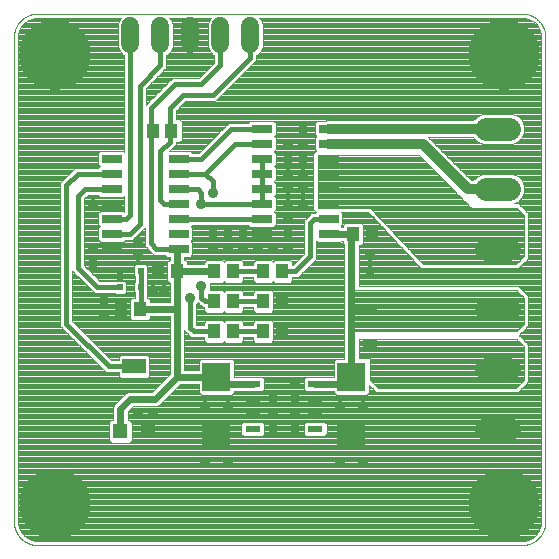
<source format=gtl>
G75*
%MOIN*%
%OFA0B0*%
%FSLAX25Y25*%
%IPPOS*%
%LPD*%
%AMOC8*
5,1,8,0,0,1.08239X$1,22.5*
%
%ADD10C,0.00400*%
%ADD11R,0.04331X0.05118*%
%ADD12R,0.09449X0.09449*%
%ADD13R,0.06890X0.02756*%
%ADD14R,0.05118X0.02362*%
%ADD15C,0.05937*%
%ADD16R,0.05118X0.05118*%
%ADD17R,0.07874X0.05118*%
%ADD18R,0.01969X0.01969*%
%ADD19R,0.01969X0.01575*%
%ADD20C,0.07677*%
%ADD21R,0.04724X0.03543*%
%ADD22C,0.03200*%
%ADD23C,0.23622*%
%ADD24C,0.03562*%
%ADD25C,0.02400*%
%ADD26C,0.01600*%
D10*
X0024406Y0009130D02*
X0024406Y0170547D01*
X0025806Y0170547D02*
X0025886Y0171560D01*
X0026512Y0173486D01*
X0027702Y0175125D01*
X0029341Y0176316D01*
X0031267Y0176942D01*
X0032280Y0177021D01*
X0060058Y0177021D01*
X0059622Y0176586D01*
X0058988Y0175054D01*
X0058988Y0167458D01*
X0059622Y0165926D01*
X0060795Y0164754D01*
X0061156Y0164604D01*
X0061156Y0132404D01*
X0060976Y0132584D01*
X0053092Y0132584D01*
X0052389Y0131881D01*
X0052389Y0128131D01*
X0053014Y0127506D01*
X0052514Y0127006D01*
X0044828Y0127006D01*
X0043656Y0125834D01*
X0039906Y0122084D01*
X0039906Y0074177D01*
X0041078Y0073006D01*
X0055251Y0058833D01*
X0059269Y0058833D01*
X0059269Y0057777D01*
X0059972Y0057074D01*
X0068840Y0057074D01*
X0069543Y0057777D01*
X0069543Y0063889D01*
X0068840Y0064592D01*
X0059972Y0064592D01*
X0059269Y0063889D01*
X0059269Y0062833D01*
X0056908Y0062833D01*
X0043906Y0075834D01*
X0043906Y0092677D01*
X0051334Y0085250D01*
X0057947Y0085250D01*
X0058132Y0085066D01*
X0061094Y0085066D01*
X0061797Y0085769D01*
X0061797Y0088731D01*
X0061094Y0089434D01*
X0058132Y0089434D01*
X0057947Y0089250D01*
X0052990Y0089250D01*
X0047656Y0094584D01*
X0047656Y0116677D01*
X0048985Y0118006D01*
X0052514Y0118006D01*
X0053092Y0117428D01*
X0060976Y0117428D01*
X0061156Y0117608D01*
X0061156Y0112404D01*
X0060976Y0112584D01*
X0053092Y0112584D01*
X0052389Y0111881D01*
X0052389Y0108131D01*
X0053014Y0107506D01*
X0052389Y0106881D01*
X0052389Y0103131D01*
X0053092Y0102428D01*
X0060976Y0102428D01*
X0061554Y0103006D01*
X0063985Y0103006D01*
X0067110Y0106131D01*
X0068031Y0107052D01*
X0068031Y0101052D01*
X0069203Y0099881D01*
X0069906Y0099177D01*
X0071078Y0098006D01*
X0074758Y0098006D01*
X0075336Y0097428D01*
X0076406Y0097428D01*
X0076406Y0096265D01*
X0076143Y0096265D01*
X0075440Y0095562D01*
X0075440Y0089450D01*
X0076143Y0088747D01*
X0076406Y0088747D01*
X0076406Y0082406D01*
X0069671Y0082406D01*
X0069671Y0083062D01*
X0068968Y0083765D01*
X0068699Y0083765D01*
X0068699Y0085584D01*
X0068884Y0085769D01*
X0068884Y0088731D01*
X0068699Y0088916D01*
X0068699Y0091096D01*
X0068884Y0091280D01*
X0068884Y0094243D01*
X0068181Y0094946D01*
X0065218Y0094946D01*
X0064515Y0094243D01*
X0064515Y0091280D01*
X0064699Y0091096D01*
X0064699Y0088916D01*
X0064515Y0088731D01*
X0064515Y0085769D01*
X0064699Y0085584D01*
X0064699Y0083765D01*
X0063643Y0083765D01*
X0062940Y0083062D01*
X0062940Y0076950D01*
X0063643Y0076247D01*
X0068968Y0076247D01*
X0069671Y0076950D01*
X0069671Y0077606D01*
X0076406Y0077606D01*
X0076406Y0058343D01*
X0070469Y0052406D01*
X0062679Y0052406D01*
X0061797Y0052041D01*
X0057844Y0048088D01*
X0057479Y0047206D01*
X0057479Y0042938D01*
X0056822Y0042938D01*
X0056120Y0042235D01*
X0056120Y0036123D01*
X0056822Y0035420D01*
X0062935Y0035420D01*
X0063638Y0036123D01*
X0063638Y0042235D01*
X0062935Y0042938D01*
X0062279Y0042938D01*
X0062279Y0045734D01*
X0064150Y0047606D01*
X0071941Y0047606D01*
X0072823Y0047971D01*
X0073498Y0048646D01*
X0079800Y0054948D01*
X0085982Y0054948D01*
X0085982Y0052127D01*
X0086685Y0051424D01*
X0097128Y0051424D01*
X0097831Y0052127D01*
X0097831Y0052606D01*
X0104450Y0052606D01*
X0104496Y0052625D01*
X0107029Y0052625D01*
X0107732Y0053328D01*
X0107732Y0056684D01*
X0107029Y0057387D01*
X0104496Y0057387D01*
X0104450Y0057406D01*
X0097831Y0057406D01*
X0097831Y0062570D01*
X0097128Y0063273D01*
X0086685Y0063273D01*
X0085982Y0062570D01*
X0085982Y0059748D01*
X0081206Y0059748D01*
X0081206Y0072878D01*
X0082328Y0071756D01*
X0083578Y0070506D01*
X0087891Y0070506D01*
X0087891Y0069450D01*
X0088594Y0068747D01*
X0093919Y0068747D01*
X0094406Y0069234D01*
X0094893Y0068747D01*
X0100218Y0068747D01*
X0100921Y0069450D01*
X0100921Y0070506D01*
X0104141Y0070506D01*
X0104141Y0069450D01*
X0104844Y0068747D01*
X0110169Y0068747D01*
X0110872Y0069450D01*
X0110872Y0075562D01*
X0110169Y0076265D01*
X0104844Y0076265D01*
X0104141Y0075562D01*
X0104141Y0074506D01*
X0100921Y0074506D01*
X0100921Y0075562D01*
X0100218Y0076265D01*
X0094893Y0076265D01*
X0094406Y0075778D01*
X0093919Y0076265D01*
X0088594Y0076265D01*
X0087891Y0075562D01*
X0087891Y0074506D01*
X0085235Y0074506D01*
X0085156Y0074584D01*
X0085156Y0081540D01*
X0085683Y0082067D01*
X0085708Y0082126D01*
X0086078Y0081756D01*
X0087328Y0080506D01*
X0087891Y0080506D01*
X0087891Y0079450D01*
X0088594Y0078747D01*
X0093919Y0078747D01*
X0094406Y0079234D01*
X0094893Y0078747D01*
X0100218Y0078747D01*
X0100921Y0079450D01*
X0100921Y0080506D01*
X0104141Y0080506D01*
X0104141Y0079450D01*
X0104844Y0078747D01*
X0110169Y0078747D01*
X0110872Y0079450D01*
X0110872Y0085562D01*
X0110169Y0086265D01*
X0104844Y0086265D01*
X0104141Y0085562D01*
X0104141Y0084506D01*
X0100921Y0084506D01*
X0100921Y0085562D01*
X0100218Y0086265D01*
X0094893Y0086265D01*
X0094406Y0085778D01*
X0093919Y0086265D01*
X0089619Y0086265D01*
X0089887Y0086913D01*
X0089887Y0088099D01*
X0089619Y0088747D01*
X0093919Y0088747D01*
X0094406Y0089234D01*
X0094893Y0088747D01*
X0100218Y0088747D01*
X0100921Y0089450D01*
X0100921Y0090506D01*
X0104141Y0090506D01*
X0104141Y0089450D01*
X0104844Y0088747D01*
X0110169Y0088747D01*
X0110656Y0089234D01*
X0111143Y0088747D01*
X0116468Y0088747D01*
X0117171Y0089450D01*
X0117171Y0090506D01*
X0118985Y0090506D01*
X0125156Y0096677D01*
X0125156Y0102608D01*
X0125336Y0102428D01*
X0133220Y0102428D01*
X0133398Y0102606D01*
X0134141Y0102606D01*
X0134141Y0101950D01*
X0134506Y0101585D01*
X0134506Y0063273D01*
X0131685Y0063273D01*
X0130982Y0062570D01*
X0130982Y0057406D01*
X0124362Y0057406D01*
X0124316Y0057387D01*
X0121783Y0057387D01*
X0121080Y0056684D01*
X0121080Y0053328D01*
X0121783Y0052625D01*
X0124316Y0052625D01*
X0124362Y0052606D01*
X0130982Y0052606D01*
X0130982Y0052127D01*
X0131685Y0051424D01*
X0142128Y0051424D01*
X0142831Y0052127D01*
X0142831Y0054602D01*
X0145076Y0052356D01*
X0192486Y0052356D01*
X0193306Y0053176D01*
X0195806Y0055676D01*
X0195806Y0068086D01*
X0194986Y0068906D01*
X0193306Y0070586D01*
X0192636Y0071256D01*
X0193306Y0071926D01*
X0195806Y0074426D01*
X0195806Y0084336D01*
X0194986Y0085156D01*
X0192486Y0087656D01*
X0139306Y0087656D01*
X0139306Y0101247D01*
X0140169Y0101247D01*
X0140872Y0101950D01*
X0140872Y0108062D01*
X0140169Y0108765D01*
X0134844Y0108765D01*
X0134141Y0108062D01*
X0134141Y0107406D01*
X0133398Y0107406D01*
X0133298Y0107506D01*
X0133923Y0108131D01*
X0133923Y0111881D01*
X0133448Y0112356D01*
X0142548Y0112356D01*
X0159256Y0094454D01*
X0159256Y0094426D01*
X0159649Y0094033D01*
X0160028Y0093627D01*
X0160056Y0093626D01*
X0160076Y0093606D01*
X0160632Y0093606D01*
X0161187Y0093587D01*
X0161208Y0093606D01*
X0192486Y0093606D01*
X0194986Y0096106D01*
X0195806Y0096926D01*
X0195806Y0111836D01*
X0193306Y0114336D01*
X0192486Y0115156D01*
X0190952Y0115156D01*
X0192349Y0115734D01*
X0193766Y0117152D01*
X0194533Y0119004D01*
X0194533Y0121008D01*
X0193766Y0122860D01*
X0192349Y0124277D01*
X0190497Y0125044D01*
X0180815Y0125044D01*
X0178963Y0124277D01*
X0177546Y0122860D01*
X0177524Y0122806D01*
X0176816Y0122806D01*
X0162416Y0137206D01*
X0177524Y0137206D01*
X0177546Y0137152D01*
X0178963Y0135734D01*
X0180815Y0134967D01*
X0190497Y0134967D01*
X0192349Y0135734D01*
X0193766Y0137152D01*
X0194533Y0139004D01*
X0194533Y0141008D01*
X0193766Y0142860D01*
X0192349Y0144277D01*
X0190497Y0145044D01*
X0180815Y0145044D01*
X0178963Y0144277D01*
X0177546Y0142860D01*
X0177524Y0142806D01*
X0128721Y0142806D01*
X0128185Y0142584D01*
X0125336Y0142584D01*
X0124633Y0141881D01*
X0124633Y0138131D01*
X0125258Y0137506D01*
X0124633Y0136881D01*
X0124633Y0133131D01*
X0125108Y0132656D01*
X0125076Y0132656D01*
X0124256Y0131836D01*
X0124256Y0113176D01*
X0125076Y0112356D01*
X0125108Y0112356D01*
X0124758Y0112006D01*
X0123578Y0112006D01*
X0122328Y0110756D01*
X0121156Y0109584D01*
X0121156Y0098334D01*
X0117328Y0094506D01*
X0117171Y0094506D01*
X0117171Y0095562D01*
X0116468Y0096265D01*
X0111143Y0096265D01*
X0110656Y0095778D01*
X0110169Y0096265D01*
X0104844Y0096265D01*
X0104141Y0095562D01*
X0104141Y0094506D01*
X0100921Y0094506D01*
X0100921Y0095562D01*
X0100218Y0096265D01*
X0094893Y0096265D01*
X0094406Y0095778D01*
X0093919Y0096265D01*
X0088594Y0096265D01*
X0087891Y0095562D01*
X0087891Y0094906D01*
X0082171Y0094906D01*
X0082171Y0095562D01*
X0081468Y0096265D01*
X0081206Y0096265D01*
X0081206Y0097428D01*
X0083220Y0097428D01*
X0083923Y0098131D01*
X0083923Y0101881D01*
X0083298Y0102506D01*
X0083923Y0103131D01*
X0083923Y0106881D01*
X0083298Y0107506D01*
X0083798Y0108006D01*
X0102514Y0108006D01*
X0103092Y0107428D01*
X0110976Y0107428D01*
X0111679Y0108131D01*
X0111679Y0111881D01*
X0111054Y0112506D01*
X0111679Y0113131D01*
X0111679Y0116881D01*
X0111054Y0117506D01*
X0111679Y0118131D01*
X0111679Y0121881D01*
X0111054Y0122506D01*
X0111679Y0123131D01*
X0111679Y0126881D01*
X0111054Y0127506D01*
X0111679Y0128131D01*
X0111679Y0131881D01*
X0111054Y0132506D01*
X0111679Y0133131D01*
X0111679Y0136881D01*
X0111054Y0137506D01*
X0111679Y0138131D01*
X0111679Y0141881D01*
X0110976Y0142584D01*
X0103092Y0142584D01*
X0102514Y0142006D01*
X0096078Y0142006D01*
X0094906Y0140834D01*
X0086078Y0132006D01*
X0083798Y0132006D01*
X0083220Y0132584D01*
X0076063Y0132584D01*
X0078306Y0134827D01*
X0078306Y0135622D01*
X0079593Y0135622D01*
X0080296Y0136325D01*
X0080296Y0142437D01*
X0079593Y0143140D01*
X0078306Y0143140D01*
X0078306Y0146077D01*
X0081485Y0149256D01*
X0091485Y0149256D01*
X0105156Y0162927D01*
X0105156Y0164604D01*
X0105517Y0164754D01*
X0106690Y0165926D01*
X0107325Y0167458D01*
X0107325Y0175054D01*
X0106690Y0176586D01*
X0106254Y0177021D01*
X0193698Y0177021D01*
X0194710Y0176942D01*
X0196637Y0176316D01*
X0198275Y0175125D01*
X0199466Y0173486D01*
X0200092Y0171560D01*
X0200172Y0170547D01*
X0200172Y0009130D01*
X0200092Y0008117D01*
X0199466Y0006191D01*
X0198275Y0004552D01*
X0196637Y0003362D01*
X0194710Y0002736D01*
X0193698Y0002656D01*
X0032280Y0002656D01*
X0031267Y0002736D01*
X0029341Y0003362D01*
X0027702Y0004552D01*
X0026512Y0006191D01*
X0025886Y0008117D01*
X0025806Y0009130D01*
X0025806Y0170547D01*
X0025812Y0170623D02*
X0058988Y0170623D01*
X0058988Y0170225D02*
X0025806Y0170225D01*
X0025806Y0169826D02*
X0058988Y0169826D01*
X0058988Y0169428D02*
X0025806Y0169428D01*
X0025806Y0169029D02*
X0058988Y0169029D01*
X0058988Y0168631D02*
X0025806Y0168631D01*
X0025806Y0168232D02*
X0058988Y0168232D01*
X0058988Y0167834D02*
X0025806Y0167834D01*
X0025806Y0167435D02*
X0058997Y0167435D01*
X0059162Y0167037D02*
X0025806Y0167037D01*
X0025806Y0166638D02*
X0059327Y0166638D01*
X0059492Y0166240D02*
X0025806Y0166240D01*
X0025806Y0165841D02*
X0059707Y0165841D01*
X0060106Y0165443D02*
X0025806Y0165443D01*
X0025806Y0165044D02*
X0060504Y0165044D01*
X0061056Y0164646D02*
X0025806Y0164646D01*
X0025806Y0164247D02*
X0061156Y0164247D01*
X0061156Y0163849D02*
X0025806Y0163849D01*
X0025806Y0163450D02*
X0061156Y0163450D01*
X0061156Y0163052D02*
X0025806Y0163052D01*
X0025806Y0162653D02*
X0061156Y0162653D01*
X0061156Y0162254D02*
X0025806Y0162254D01*
X0025806Y0161856D02*
X0061156Y0161856D01*
X0061156Y0161457D02*
X0025806Y0161457D01*
X0025806Y0161059D02*
X0061156Y0161059D01*
X0061156Y0160660D02*
X0025806Y0160660D01*
X0025806Y0160262D02*
X0061156Y0160262D01*
X0061156Y0159863D02*
X0025806Y0159863D01*
X0025806Y0159465D02*
X0061156Y0159465D01*
X0061156Y0159066D02*
X0025806Y0159066D01*
X0025806Y0158668D02*
X0061156Y0158668D01*
X0061156Y0158269D02*
X0025806Y0158269D01*
X0025806Y0157871D02*
X0061156Y0157871D01*
X0061156Y0157472D02*
X0025806Y0157472D01*
X0025806Y0157074D02*
X0061156Y0157074D01*
X0061156Y0156675D02*
X0025806Y0156675D01*
X0025806Y0156277D02*
X0061156Y0156277D01*
X0061156Y0155878D02*
X0025806Y0155878D01*
X0025806Y0155480D02*
X0061156Y0155480D01*
X0061156Y0155081D02*
X0025806Y0155081D01*
X0025806Y0154683D02*
X0061156Y0154683D01*
X0061156Y0154284D02*
X0025806Y0154284D01*
X0025806Y0153886D02*
X0061156Y0153886D01*
X0061156Y0153487D02*
X0025806Y0153487D01*
X0025806Y0153089D02*
X0061156Y0153089D01*
X0061156Y0152690D02*
X0025806Y0152690D01*
X0025806Y0152292D02*
X0061156Y0152292D01*
X0061156Y0151893D02*
X0025806Y0151893D01*
X0025806Y0151495D02*
X0061156Y0151495D01*
X0061156Y0151096D02*
X0025806Y0151096D01*
X0025806Y0150698D02*
X0061156Y0150698D01*
X0061156Y0150299D02*
X0025806Y0150299D01*
X0025806Y0149901D02*
X0061156Y0149901D01*
X0061156Y0149502D02*
X0025806Y0149502D01*
X0025806Y0149104D02*
X0061156Y0149104D01*
X0061156Y0148705D02*
X0025806Y0148705D01*
X0025806Y0148307D02*
X0061156Y0148307D01*
X0061156Y0147908D02*
X0025806Y0147908D01*
X0025806Y0147510D02*
X0061156Y0147510D01*
X0061156Y0147111D02*
X0025806Y0147111D01*
X0025806Y0146713D02*
X0061156Y0146713D01*
X0061156Y0146314D02*
X0025806Y0146314D01*
X0025806Y0145916D02*
X0061156Y0145916D01*
X0061156Y0145517D02*
X0025806Y0145517D01*
X0025806Y0145118D02*
X0061156Y0145118D01*
X0061156Y0144720D02*
X0025806Y0144720D01*
X0025806Y0144321D02*
X0061156Y0144321D01*
X0061156Y0143923D02*
X0025806Y0143923D01*
X0025806Y0143524D02*
X0061156Y0143524D01*
X0061156Y0143126D02*
X0025806Y0143126D01*
X0025806Y0142727D02*
X0061156Y0142727D01*
X0061156Y0142329D02*
X0025806Y0142329D01*
X0025806Y0141930D02*
X0061156Y0141930D01*
X0061156Y0141532D02*
X0025806Y0141532D01*
X0025806Y0141133D02*
X0061156Y0141133D01*
X0061156Y0140735D02*
X0025806Y0140735D01*
X0025806Y0140336D02*
X0061156Y0140336D01*
X0061156Y0139938D02*
X0025806Y0139938D01*
X0025806Y0139539D02*
X0061156Y0139539D01*
X0061156Y0139141D02*
X0025806Y0139141D01*
X0025806Y0138742D02*
X0061156Y0138742D01*
X0061156Y0138344D02*
X0025806Y0138344D01*
X0025806Y0137945D02*
X0061156Y0137945D01*
X0061156Y0137547D02*
X0025806Y0137547D01*
X0025806Y0137148D02*
X0061156Y0137148D01*
X0061156Y0136750D02*
X0025806Y0136750D01*
X0025806Y0136351D02*
X0061156Y0136351D01*
X0061156Y0135953D02*
X0025806Y0135953D01*
X0025806Y0135554D02*
X0061156Y0135554D01*
X0061156Y0135156D02*
X0025806Y0135156D01*
X0025806Y0134757D02*
X0061156Y0134757D01*
X0061156Y0134359D02*
X0025806Y0134359D01*
X0025806Y0133960D02*
X0061156Y0133960D01*
X0061156Y0133562D02*
X0025806Y0133562D01*
X0025806Y0133163D02*
X0061156Y0133163D01*
X0061156Y0132765D02*
X0025806Y0132765D01*
X0025806Y0132366D02*
X0052874Y0132366D01*
X0052476Y0131968D02*
X0025806Y0131968D01*
X0025806Y0131569D02*
X0052389Y0131569D01*
X0052389Y0131171D02*
X0025806Y0131171D01*
X0025806Y0130772D02*
X0052389Y0130772D01*
X0052389Y0130374D02*
X0025806Y0130374D01*
X0025806Y0129975D02*
X0052389Y0129975D01*
X0052389Y0129577D02*
X0025806Y0129577D01*
X0025806Y0129178D02*
X0052389Y0129178D01*
X0052389Y0128780D02*
X0025806Y0128780D01*
X0025806Y0128381D02*
X0052389Y0128381D01*
X0052538Y0127983D02*
X0025806Y0127983D01*
X0025806Y0127584D02*
X0052936Y0127584D01*
X0052694Y0127185D02*
X0025806Y0127185D01*
X0025806Y0126787D02*
X0044609Y0126787D01*
X0044210Y0126388D02*
X0025806Y0126388D01*
X0025806Y0125990D02*
X0043812Y0125990D01*
X0043413Y0125591D02*
X0025806Y0125591D01*
X0025806Y0125193D02*
X0043015Y0125193D01*
X0042616Y0124794D02*
X0025806Y0124794D01*
X0025806Y0124396D02*
X0042218Y0124396D01*
X0041819Y0123997D02*
X0025806Y0123997D01*
X0025806Y0123599D02*
X0041421Y0123599D01*
X0041022Y0123200D02*
X0025806Y0123200D01*
X0025806Y0122802D02*
X0040624Y0122802D01*
X0040225Y0122403D02*
X0025806Y0122403D01*
X0025806Y0122005D02*
X0039906Y0122005D01*
X0039906Y0121606D02*
X0025806Y0121606D01*
X0025806Y0121208D02*
X0039906Y0121208D01*
X0039906Y0120809D02*
X0025806Y0120809D01*
X0025806Y0120411D02*
X0039906Y0120411D01*
X0039906Y0120012D02*
X0025806Y0120012D01*
X0025806Y0119614D02*
X0039906Y0119614D01*
X0039906Y0119215D02*
X0025806Y0119215D01*
X0025806Y0118817D02*
X0039906Y0118817D01*
X0039906Y0118418D02*
X0025806Y0118418D01*
X0025806Y0118020D02*
X0039906Y0118020D01*
X0039906Y0117621D02*
X0025806Y0117621D01*
X0025806Y0117223D02*
X0039906Y0117223D01*
X0039906Y0116824D02*
X0025806Y0116824D01*
X0025806Y0116426D02*
X0039906Y0116426D01*
X0039906Y0116027D02*
X0025806Y0116027D01*
X0025806Y0115629D02*
X0039906Y0115629D01*
X0039906Y0115230D02*
X0025806Y0115230D01*
X0025806Y0114832D02*
X0039906Y0114832D01*
X0039906Y0114433D02*
X0025806Y0114433D01*
X0025806Y0114035D02*
X0039906Y0114035D01*
X0039906Y0113636D02*
X0025806Y0113636D01*
X0025806Y0113238D02*
X0039906Y0113238D01*
X0039906Y0112839D02*
X0025806Y0112839D01*
X0025806Y0112441D02*
X0039906Y0112441D01*
X0039906Y0112042D02*
X0025806Y0112042D01*
X0025806Y0111644D02*
X0039906Y0111644D01*
X0039906Y0111245D02*
X0025806Y0111245D01*
X0025806Y0110847D02*
X0039906Y0110847D01*
X0039906Y0110448D02*
X0025806Y0110448D01*
X0025806Y0110049D02*
X0039906Y0110049D01*
X0039906Y0109651D02*
X0025806Y0109651D01*
X0025806Y0109252D02*
X0039906Y0109252D01*
X0039906Y0108854D02*
X0025806Y0108854D01*
X0025806Y0108455D02*
X0039906Y0108455D01*
X0039906Y0108057D02*
X0025806Y0108057D01*
X0025806Y0107658D02*
X0039906Y0107658D01*
X0039906Y0107260D02*
X0025806Y0107260D01*
X0025806Y0106861D02*
X0039906Y0106861D01*
X0039906Y0106463D02*
X0025806Y0106463D01*
X0025806Y0106064D02*
X0039906Y0106064D01*
X0039906Y0105666D02*
X0025806Y0105666D01*
X0025806Y0105267D02*
X0039906Y0105267D01*
X0039906Y0104869D02*
X0025806Y0104869D01*
X0025806Y0104470D02*
X0039906Y0104470D01*
X0039906Y0104072D02*
X0025806Y0104072D01*
X0025806Y0103673D02*
X0039906Y0103673D01*
X0039906Y0103275D02*
X0025806Y0103275D01*
X0025806Y0102876D02*
X0039906Y0102876D01*
X0039906Y0102478D02*
X0025806Y0102478D01*
X0025806Y0102079D02*
X0039906Y0102079D01*
X0039906Y0101681D02*
X0025806Y0101681D01*
X0025806Y0101282D02*
X0039906Y0101282D01*
X0039906Y0100884D02*
X0025806Y0100884D01*
X0025806Y0100485D02*
X0039906Y0100485D01*
X0039906Y0100087D02*
X0025806Y0100087D01*
X0025806Y0099688D02*
X0039906Y0099688D01*
X0039906Y0099290D02*
X0025806Y0099290D01*
X0025806Y0098891D02*
X0039906Y0098891D01*
X0039906Y0098493D02*
X0025806Y0098493D01*
X0025806Y0098094D02*
X0039906Y0098094D01*
X0039906Y0097696D02*
X0025806Y0097696D01*
X0025806Y0097297D02*
X0039906Y0097297D01*
X0039906Y0096899D02*
X0025806Y0096899D01*
X0025806Y0096500D02*
X0039906Y0096500D01*
X0039906Y0096102D02*
X0025806Y0096102D01*
X0025806Y0095703D02*
X0039906Y0095703D01*
X0039906Y0095305D02*
X0025806Y0095305D01*
X0025806Y0094906D02*
X0039906Y0094906D01*
X0039906Y0094508D02*
X0025806Y0094508D01*
X0025806Y0094109D02*
X0039906Y0094109D01*
X0039906Y0093711D02*
X0025806Y0093711D01*
X0025806Y0093312D02*
X0039906Y0093312D01*
X0039906Y0092914D02*
X0025806Y0092914D01*
X0025806Y0092515D02*
X0039906Y0092515D01*
X0039906Y0092116D02*
X0025806Y0092116D01*
X0025806Y0091718D02*
X0039906Y0091718D01*
X0039906Y0091319D02*
X0025806Y0091319D01*
X0025806Y0090921D02*
X0039906Y0090921D01*
X0039906Y0090522D02*
X0025806Y0090522D01*
X0025806Y0090124D02*
X0039906Y0090124D01*
X0039906Y0089725D02*
X0025806Y0089725D01*
X0025806Y0089327D02*
X0039906Y0089327D01*
X0039906Y0088928D02*
X0025806Y0088928D01*
X0025806Y0088530D02*
X0039906Y0088530D01*
X0039906Y0088131D02*
X0025806Y0088131D01*
X0025806Y0087733D02*
X0039906Y0087733D01*
X0039906Y0087334D02*
X0025806Y0087334D01*
X0025806Y0086936D02*
X0039906Y0086936D01*
X0039906Y0086537D02*
X0025806Y0086537D01*
X0025806Y0086139D02*
X0039906Y0086139D01*
X0039906Y0085740D02*
X0025806Y0085740D01*
X0025806Y0085342D02*
X0039906Y0085342D01*
X0039906Y0084943D02*
X0025806Y0084943D01*
X0025806Y0084545D02*
X0039906Y0084545D01*
X0039906Y0084146D02*
X0025806Y0084146D01*
X0025806Y0083748D02*
X0039906Y0083748D01*
X0039906Y0083349D02*
X0025806Y0083349D01*
X0025806Y0082951D02*
X0039906Y0082951D01*
X0039906Y0082552D02*
X0025806Y0082552D01*
X0025806Y0082154D02*
X0039906Y0082154D01*
X0039906Y0081755D02*
X0025806Y0081755D01*
X0025806Y0081357D02*
X0039906Y0081357D01*
X0039906Y0080958D02*
X0025806Y0080958D01*
X0025806Y0080560D02*
X0039906Y0080560D01*
X0039906Y0080161D02*
X0025806Y0080161D01*
X0025806Y0079763D02*
X0039906Y0079763D01*
X0039906Y0079364D02*
X0025806Y0079364D01*
X0025806Y0078966D02*
X0039906Y0078966D01*
X0039906Y0078567D02*
X0025806Y0078567D01*
X0025806Y0078169D02*
X0039906Y0078169D01*
X0039906Y0077770D02*
X0025806Y0077770D01*
X0025806Y0077372D02*
X0039906Y0077372D01*
X0039906Y0076973D02*
X0025806Y0076973D01*
X0025806Y0076575D02*
X0039906Y0076575D01*
X0039906Y0076176D02*
X0025806Y0076176D01*
X0025806Y0075778D02*
X0039906Y0075778D01*
X0039906Y0075379D02*
X0025806Y0075379D01*
X0025806Y0074980D02*
X0039906Y0074980D01*
X0039906Y0074582D02*
X0025806Y0074582D01*
X0025806Y0074183D02*
X0039906Y0074183D01*
X0040299Y0073785D02*
X0025806Y0073785D01*
X0025806Y0073386D02*
X0040697Y0073386D01*
X0041078Y0073006D02*
X0041078Y0073006D01*
X0041096Y0072988D02*
X0025806Y0072988D01*
X0025806Y0072589D02*
X0041494Y0072589D01*
X0041893Y0072191D02*
X0025806Y0072191D01*
X0025806Y0071792D02*
X0042291Y0071792D01*
X0042690Y0071394D02*
X0025806Y0071394D01*
X0025806Y0070995D02*
X0043088Y0070995D01*
X0043487Y0070597D02*
X0025806Y0070597D01*
X0025806Y0070198D02*
X0043885Y0070198D01*
X0044284Y0069800D02*
X0025806Y0069800D01*
X0025806Y0069401D02*
X0044682Y0069401D01*
X0045081Y0069003D02*
X0025806Y0069003D01*
X0025806Y0068604D02*
X0045479Y0068604D01*
X0045878Y0068206D02*
X0025806Y0068206D01*
X0025806Y0067807D02*
X0046276Y0067807D01*
X0046675Y0067409D02*
X0025806Y0067409D01*
X0025806Y0067010D02*
X0047073Y0067010D01*
X0047472Y0066612D02*
X0025806Y0066612D01*
X0025806Y0066213D02*
X0047870Y0066213D01*
X0048269Y0065815D02*
X0025806Y0065815D01*
X0025806Y0065416D02*
X0048667Y0065416D01*
X0049066Y0065018D02*
X0025806Y0065018D01*
X0025806Y0064619D02*
X0049464Y0064619D01*
X0049863Y0064221D02*
X0025806Y0064221D01*
X0025806Y0063822D02*
X0050261Y0063822D01*
X0050660Y0063424D02*
X0025806Y0063424D01*
X0025806Y0063025D02*
X0051058Y0063025D01*
X0051457Y0062627D02*
X0025806Y0062627D01*
X0025806Y0062228D02*
X0051855Y0062228D01*
X0052254Y0061830D02*
X0025806Y0061830D01*
X0025806Y0061431D02*
X0052653Y0061431D01*
X0053051Y0061033D02*
X0025806Y0061033D01*
X0025806Y0060634D02*
X0053450Y0060634D01*
X0053848Y0060236D02*
X0025806Y0060236D01*
X0025806Y0059837D02*
X0054247Y0059837D01*
X0054645Y0059439D02*
X0025806Y0059439D01*
X0025806Y0059040D02*
X0055044Y0059040D01*
X0059269Y0058642D02*
X0025806Y0058642D01*
X0025806Y0058243D02*
X0059269Y0058243D01*
X0059269Y0057845D02*
X0025806Y0057845D01*
X0025806Y0057446D02*
X0059600Y0057446D01*
X0059269Y0063025D02*
X0056715Y0063025D01*
X0056317Y0063424D02*
X0059269Y0063424D01*
X0059269Y0063822D02*
X0055918Y0063822D01*
X0055520Y0064221D02*
X0059601Y0064221D01*
X0055121Y0064619D02*
X0076406Y0064619D01*
X0076406Y0064221D02*
X0069211Y0064221D01*
X0069543Y0063822D02*
X0076406Y0063822D01*
X0076406Y0063424D02*
X0069543Y0063424D01*
X0069543Y0063025D02*
X0076406Y0063025D01*
X0076406Y0062627D02*
X0069543Y0062627D01*
X0069543Y0062228D02*
X0076406Y0062228D01*
X0076406Y0061830D02*
X0069543Y0061830D01*
X0069543Y0061431D02*
X0076406Y0061431D01*
X0076406Y0061033D02*
X0069543Y0061033D01*
X0069543Y0060634D02*
X0076406Y0060634D01*
X0076406Y0060236D02*
X0069543Y0060236D01*
X0069543Y0059837D02*
X0076406Y0059837D01*
X0076406Y0059439D02*
X0069543Y0059439D01*
X0069543Y0059040D02*
X0076406Y0059040D01*
X0076406Y0058642D02*
X0069543Y0058642D01*
X0069543Y0058243D02*
X0076306Y0058243D01*
X0075908Y0057845D02*
X0069543Y0057845D01*
X0069213Y0057446D02*
X0075509Y0057446D01*
X0075111Y0057047D02*
X0025806Y0057047D01*
X0025806Y0056649D02*
X0074712Y0056649D01*
X0074314Y0056250D02*
X0025806Y0056250D01*
X0025806Y0055852D02*
X0073915Y0055852D01*
X0073517Y0055453D02*
X0025806Y0055453D01*
X0025806Y0055055D02*
X0073118Y0055055D01*
X0072720Y0054656D02*
X0025806Y0054656D01*
X0025806Y0054258D02*
X0072321Y0054258D01*
X0071923Y0053859D02*
X0025806Y0053859D01*
X0025806Y0053461D02*
X0071524Y0053461D01*
X0071126Y0053062D02*
X0025806Y0053062D01*
X0025806Y0052664D02*
X0070727Y0052664D01*
X0073929Y0049077D02*
X0200172Y0049077D01*
X0200172Y0048679D02*
X0073530Y0048679D01*
X0073132Y0048280D02*
X0200172Y0048280D01*
X0200172Y0047882D02*
X0072607Y0047882D01*
X0074327Y0049476D02*
X0200172Y0049476D01*
X0200172Y0049874D02*
X0074726Y0049874D01*
X0075124Y0050273D02*
X0200172Y0050273D01*
X0200172Y0050671D02*
X0075523Y0050671D01*
X0075921Y0051070D02*
X0200172Y0051070D01*
X0200172Y0051468D02*
X0142172Y0051468D01*
X0142570Y0051867D02*
X0200172Y0051867D01*
X0200172Y0052265D02*
X0142831Y0052265D01*
X0142831Y0052664D02*
X0144768Y0052664D01*
X0144370Y0053062D02*
X0142831Y0053062D01*
X0142831Y0053461D02*
X0143971Y0053461D01*
X0143573Y0053859D02*
X0142831Y0053859D01*
X0142831Y0054258D02*
X0143174Y0054258D01*
X0144357Y0055055D02*
X0193205Y0055055D01*
X0192807Y0054656D02*
X0144756Y0054656D01*
X0145154Y0054258D02*
X0192408Y0054258D01*
X0192010Y0053859D02*
X0145553Y0053859D01*
X0145656Y0053756D02*
X0143156Y0056256D01*
X0143156Y0063756D01*
X0139406Y0063756D01*
X0139406Y0070006D01*
X0191906Y0070006D01*
X0194406Y0067506D01*
X0194406Y0056256D01*
X0191906Y0053756D01*
X0145656Y0053756D01*
X0143959Y0055453D02*
X0193604Y0055453D01*
X0194002Y0055852D02*
X0143560Y0055852D01*
X0143162Y0056250D02*
X0194401Y0056250D01*
X0194406Y0056649D02*
X0143156Y0056649D01*
X0143156Y0057047D02*
X0194406Y0057047D01*
X0194406Y0057446D02*
X0143156Y0057446D01*
X0143156Y0057845D02*
X0194406Y0057845D01*
X0194406Y0058243D02*
X0143156Y0058243D01*
X0143156Y0058642D02*
X0194406Y0058642D01*
X0194406Y0059040D02*
X0143156Y0059040D01*
X0143156Y0059439D02*
X0194406Y0059439D01*
X0194406Y0059837D02*
X0143156Y0059837D01*
X0143156Y0060236D02*
X0194406Y0060236D01*
X0194406Y0060634D02*
X0143156Y0060634D01*
X0143156Y0061033D02*
X0194406Y0061033D01*
X0194406Y0061431D02*
X0143156Y0061431D01*
X0143156Y0061830D02*
X0194406Y0061830D01*
X0194406Y0062228D02*
X0143156Y0062228D01*
X0143156Y0062627D02*
X0194406Y0062627D01*
X0194406Y0063025D02*
X0143156Y0063025D01*
X0143156Y0063424D02*
X0194406Y0063424D01*
X0194406Y0063822D02*
X0139406Y0063822D01*
X0139406Y0064221D02*
X0194406Y0064221D01*
X0194406Y0064619D02*
X0139406Y0064619D01*
X0139406Y0065018D02*
X0194406Y0065018D01*
X0194406Y0065416D02*
X0139406Y0065416D01*
X0139406Y0065815D02*
X0194406Y0065815D01*
X0194406Y0066213D02*
X0139406Y0066213D01*
X0139406Y0066612D02*
X0194406Y0066612D01*
X0194406Y0067010D02*
X0139406Y0067010D01*
X0139406Y0067409D02*
X0194406Y0067409D01*
X0194105Y0067807D02*
X0139406Y0067807D01*
X0139406Y0068206D02*
X0193706Y0068206D01*
X0193308Y0068604D02*
X0139406Y0068604D01*
X0139406Y0069003D02*
X0192909Y0069003D01*
X0192511Y0069401D02*
X0139406Y0069401D01*
X0139406Y0069800D02*
X0192112Y0069800D01*
X0193295Y0070597D02*
X0200172Y0070597D01*
X0200172Y0070995D02*
X0192897Y0070995D01*
X0192774Y0071394D02*
X0200172Y0071394D01*
X0200172Y0071792D02*
X0193173Y0071792D01*
X0193571Y0072191D02*
X0200172Y0072191D01*
X0200172Y0072589D02*
X0193970Y0072589D01*
X0194368Y0072988D02*
X0200172Y0072988D01*
X0200172Y0073386D02*
X0194767Y0073386D01*
X0195165Y0073785D02*
X0200172Y0073785D01*
X0200172Y0074183D02*
X0195564Y0074183D01*
X0195806Y0074582D02*
X0200172Y0074582D01*
X0200172Y0074980D02*
X0195806Y0074980D01*
X0195806Y0075379D02*
X0200172Y0075379D01*
X0200172Y0075778D02*
X0195806Y0075778D01*
X0195806Y0076176D02*
X0200172Y0076176D01*
X0200172Y0076575D02*
X0195806Y0076575D01*
X0195806Y0076973D02*
X0200172Y0076973D01*
X0200172Y0077372D02*
X0195806Y0077372D01*
X0195806Y0077770D02*
X0200172Y0077770D01*
X0200172Y0078169D02*
X0195806Y0078169D01*
X0195806Y0078567D02*
X0200172Y0078567D01*
X0200172Y0078966D02*
X0195806Y0078966D01*
X0195806Y0079364D02*
X0200172Y0079364D01*
X0200172Y0079763D02*
X0195806Y0079763D01*
X0195806Y0080161D02*
X0200172Y0080161D01*
X0200172Y0080560D02*
X0195806Y0080560D01*
X0195806Y0080958D02*
X0200172Y0080958D01*
X0200172Y0081357D02*
X0195806Y0081357D01*
X0195806Y0081755D02*
X0200172Y0081755D01*
X0200172Y0082154D02*
X0195806Y0082154D01*
X0195806Y0082552D02*
X0200172Y0082552D01*
X0200172Y0082951D02*
X0195806Y0082951D01*
X0195806Y0083349D02*
X0200172Y0083349D01*
X0200172Y0083748D02*
X0195806Y0083748D01*
X0195806Y0084146D02*
X0200172Y0084146D01*
X0200172Y0084545D02*
X0195597Y0084545D01*
X0195199Y0084943D02*
X0200172Y0084943D01*
X0200172Y0085342D02*
X0194800Y0085342D01*
X0194402Y0085740D02*
X0200172Y0085740D01*
X0200172Y0086139D02*
X0194003Y0086139D01*
X0193605Y0086537D02*
X0200172Y0086537D01*
X0200172Y0086936D02*
X0193206Y0086936D01*
X0192808Y0087334D02*
X0200172Y0087334D01*
X0200172Y0087733D02*
X0139306Y0087733D01*
X0139306Y0088131D02*
X0200172Y0088131D01*
X0200172Y0088530D02*
X0139306Y0088530D01*
X0139306Y0088928D02*
X0200172Y0088928D01*
X0200172Y0089327D02*
X0139306Y0089327D01*
X0139306Y0089725D02*
X0200172Y0089725D01*
X0200172Y0090124D02*
X0139306Y0090124D01*
X0139306Y0090522D02*
X0200172Y0090522D01*
X0200172Y0090921D02*
X0139306Y0090921D01*
X0139306Y0091319D02*
X0200172Y0091319D01*
X0200172Y0091718D02*
X0139306Y0091718D01*
X0139306Y0092116D02*
X0200172Y0092116D01*
X0200172Y0092515D02*
X0139306Y0092515D01*
X0139306Y0092914D02*
X0200172Y0092914D01*
X0200172Y0093312D02*
X0139306Y0093312D01*
X0139306Y0093711D02*
X0159950Y0093711D01*
X0159573Y0094109D02*
X0139306Y0094109D01*
X0139306Y0094508D02*
X0159206Y0094508D01*
X0158834Y0094906D02*
X0139306Y0094906D01*
X0139306Y0095305D02*
X0158462Y0095305D01*
X0158090Y0095703D02*
X0139306Y0095703D01*
X0139306Y0096102D02*
X0157718Y0096102D01*
X0157347Y0096500D02*
X0139306Y0096500D01*
X0139306Y0096899D02*
X0156975Y0096899D01*
X0156603Y0097297D02*
X0139306Y0097297D01*
X0139306Y0097696D02*
X0156231Y0097696D01*
X0155859Y0098094D02*
X0139306Y0098094D01*
X0139306Y0098493D02*
X0155487Y0098493D01*
X0155115Y0098891D02*
X0139306Y0098891D01*
X0139306Y0099290D02*
X0154743Y0099290D01*
X0154371Y0099688D02*
X0139306Y0099688D01*
X0139306Y0100087D02*
X0153999Y0100087D01*
X0153627Y0100485D02*
X0139306Y0100485D01*
X0139306Y0100884D02*
X0153255Y0100884D01*
X0152883Y0101282D02*
X0140204Y0101282D01*
X0140603Y0101681D02*
X0152511Y0101681D01*
X0152139Y0102079D02*
X0140872Y0102079D01*
X0140872Y0102478D02*
X0151767Y0102478D01*
X0151395Y0102876D02*
X0140872Y0102876D01*
X0140872Y0103275D02*
X0151023Y0103275D01*
X0150652Y0103673D02*
X0140872Y0103673D01*
X0140872Y0104072D02*
X0150280Y0104072D01*
X0149908Y0104470D02*
X0140872Y0104470D01*
X0140872Y0104869D02*
X0149536Y0104869D01*
X0149164Y0105267D02*
X0140872Y0105267D01*
X0140872Y0105666D02*
X0148792Y0105666D01*
X0148420Y0106064D02*
X0140872Y0106064D01*
X0140872Y0106463D02*
X0148048Y0106463D01*
X0147676Y0106861D02*
X0140872Y0106861D01*
X0140872Y0107260D02*
X0147304Y0107260D01*
X0146932Y0107658D02*
X0140872Y0107658D01*
X0140872Y0108057D02*
X0146560Y0108057D01*
X0146188Y0108455D02*
X0140478Y0108455D01*
X0143585Y0111245D02*
X0133923Y0111245D01*
X0133923Y0110847D02*
X0143957Y0110847D01*
X0144328Y0110448D02*
X0133923Y0110448D01*
X0133923Y0110049D02*
X0144700Y0110049D01*
X0145072Y0109651D02*
X0133923Y0109651D01*
X0133923Y0109252D02*
X0145444Y0109252D01*
X0145816Y0108854D02*
X0133923Y0108854D01*
X0133923Y0108455D02*
X0134535Y0108455D01*
X0134141Y0108057D02*
X0133849Y0108057D01*
X0134141Y0107658D02*
X0133451Y0107658D01*
X0133923Y0111644D02*
X0143213Y0111644D01*
X0142841Y0112042D02*
X0133762Y0112042D01*
X0125656Y0113756D02*
X0125656Y0131256D01*
X0159406Y0131256D01*
X0176906Y0113756D01*
X0191906Y0113756D01*
X0194406Y0111256D01*
X0194406Y0097506D01*
X0191906Y0095006D01*
X0160656Y0095006D01*
X0143156Y0113756D01*
X0125656Y0113756D01*
X0125656Y0114035D02*
X0176627Y0114035D01*
X0176229Y0114433D02*
X0125656Y0114433D01*
X0125656Y0114832D02*
X0175830Y0114832D01*
X0175432Y0115230D02*
X0125656Y0115230D01*
X0125656Y0115629D02*
X0175033Y0115629D01*
X0174635Y0116027D02*
X0125656Y0116027D01*
X0125656Y0116426D02*
X0174236Y0116426D01*
X0173838Y0116824D02*
X0125656Y0116824D01*
X0125656Y0117223D02*
X0173439Y0117223D01*
X0173041Y0117621D02*
X0125656Y0117621D01*
X0125656Y0118020D02*
X0172642Y0118020D01*
X0172244Y0118418D02*
X0125656Y0118418D01*
X0125656Y0118817D02*
X0171845Y0118817D01*
X0171447Y0119215D02*
X0125656Y0119215D01*
X0125656Y0119614D02*
X0171048Y0119614D01*
X0170650Y0120012D02*
X0125656Y0120012D01*
X0125656Y0120411D02*
X0170251Y0120411D01*
X0169853Y0120809D02*
X0125656Y0120809D01*
X0125656Y0121208D02*
X0169454Y0121208D01*
X0169056Y0121606D02*
X0125656Y0121606D01*
X0125656Y0122005D02*
X0168657Y0122005D01*
X0168259Y0122403D02*
X0125656Y0122403D01*
X0125656Y0122802D02*
X0167860Y0122802D01*
X0167462Y0123200D02*
X0125656Y0123200D01*
X0125656Y0123599D02*
X0167063Y0123599D01*
X0166665Y0123997D02*
X0125656Y0123997D01*
X0125656Y0124396D02*
X0166266Y0124396D01*
X0165868Y0124794D02*
X0125656Y0124794D01*
X0125656Y0125193D02*
X0165469Y0125193D01*
X0165071Y0125591D02*
X0125656Y0125591D01*
X0125656Y0125990D02*
X0164672Y0125990D01*
X0164274Y0126388D02*
X0125656Y0126388D01*
X0125656Y0126787D02*
X0163875Y0126787D01*
X0163477Y0127185D02*
X0125656Y0127185D01*
X0125656Y0127584D02*
X0163078Y0127584D01*
X0162680Y0127983D02*
X0125656Y0127983D01*
X0125656Y0128381D02*
X0162281Y0128381D01*
X0161883Y0128780D02*
X0125656Y0128780D01*
X0125656Y0129178D02*
X0161484Y0129178D01*
X0161086Y0129577D02*
X0125656Y0129577D01*
X0125656Y0129975D02*
X0160687Y0129975D01*
X0160288Y0130374D02*
X0125656Y0130374D01*
X0125656Y0130772D02*
X0159890Y0130772D01*
X0159491Y0131171D02*
X0125656Y0131171D01*
X0124256Y0131171D02*
X0111679Y0131171D01*
X0111679Y0131569D02*
X0124256Y0131569D01*
X0124388Y0131968D02*
X0111592Y0131968D01*
X0111194Y0132366D02*
X0124786Y0132366D01*
X0125000Y0132765D02*
X0111313Y0132765D01*
X0111679Y0133163D02*
X0124633Y0133163D01*
X0124633Y0133562D02*
X0111679Y0133562D01*
X0111679Y0133960D02*
X0124633Y0133960D01*
X0124633Y0134359D02*
X0111679Y0134359D01*
X0111679Y0134757D02*
X0124633Y0134757D01*
X0124633Y0135156D02*
X0111679Y0135156D01*
X0111679Y0135554D02*
X0124633Y0135554D01*
X0124633Y0135953D02*
X0111679Y0135953D01*
X0111679Y0136351D02*
X0124633Y0136351D01*
X0124633Y0136750D02*
X0111679Y0136750D01*
X0111412Y0137148D02*
X0124901Y0137148D01*
X0125217Y0137547D02*
X0111095Y0137547D01*
X0111493Y0137945D02*
X0124819Y0137945D01*
X0124633Y0138344D02*
X0111679Y0138344D01*
X0111679Y0138742D02*
X0124633Y0138742D01*
X0124633Y0139141D02*
X0111679Y0139141D01*
X0111679Y0139539D02*
X0124633Y0139539D01*
X0124633Y0139938D02*
X0111679Y0139938D01*
X0111679Y0140336D02*
X0124633Y0140336D01*
X0124633Y0140735D02*
X0111679Y0140735D01*
X0111679Y0141133D02*
X0124633Y0141133D01*
X0124633Y0141532D02*
X0111679Y0141532D01*
X0111629Y0141930D02*
X0124683Y0141930D01*
X0125081Y0142329D02*
X0111231Y0142329D01*
X0102837Y0142329D02*
X0080296Y0142329D01*
X0080296Y0141930D02*
X0096002Y0141930D01*
X0095604Y0141532D02*
X0080296Y0141532D01*
X0080296Y0141133D02*
X0095205Y0141133D01*
X0094807Y0140735D02*
X0080296Y0140735D01*
X0080296Y0140336D02*
X0094408Y0140336D01*
X0094010Y0139938D02*
X0080296Y0139938D01*
X0080296Y0139539D02*
X0093611Y0139539D01*
X0093213Y0139141D02*
X0080296Y0139141D01*
X0080296Y0138742D02*
X0092814Y0138742D01*
X0092416Y0138344D02*
X0080296Y0138344D01*
X0080296Y0137945D02*
X0092017Y0137945D01*
X0091619Y0137547D02*
X0080296Y0137547D01*
X0080296Y0137148D02*
X0091220Y0137148D01*
X0090822Y0136750D02*
X0080296Y0136750D01*
X0080296Y0136351D02*
X0090423Y0136351D01*
X0090025Y0135953D02*
X0079924Y0135953D01*
X0078306Y0135554D02*
X0089626Y0135554D01*
X0089228Y0135156D02*
X0078306Y0135156D01*
X0078236Y0134757D02*
X0088829Y0134757D01*
X0088431Y0134359D02*
X0077837Y0134359D01*
X0077439Y0133960D02*
X0088032Y0133960D01*
X0087634Y0133562D02*
X0077040Y0133562D01*
X0076642Y0133163D02*
X0087235Y0133163D01*
X0086836Y0132765D02*
X0076243Y0132765D01*
X0083438Y0132366D02*
X0086438Y0132366D01*
X0080006Y0142727D02*
X0128532Y0142727D01*
X0124256Y0130772D02*
X0111679Y0130772D01*
X0111679Y0130374D02*
X0124256Y0130374D01*
X0124256Y0129975D02*
X0111679Y0129975D01*
X0111679Y0129577D02*
X0124256Y0129577D01*
X0124256Y0129178D02*
X0111679Y0129178D01*
X0111679Y0128780D02*
X0124256Y0128780D01*
X0124256Y0128381D02*
X0111679Y0128381D01*
X0111531Y0127983D02*
X0124256Y0127983D01*
X0124256Y0127584D02*
X0111132Y0127584D01*
X0111374Y0127185D02*
X0124256Y0127185D01*
X0124256Y0126787D02*
X0111679Y0126787D01*
X0111679Y0126388D02*
X0124256Y0126388D01*
X0124256Y0125990D02*
X0111679Y0125990D01*
X0111679Y0125591D02*
X0124256Y0125591D01*
X0124256Y0125193D02*
X0111679Y0125193D01*
X0111679Y0124794D02*
X0124256Y0124794D01*
X0124256Y0124396D02*
X0111679Y0124396D01*
X0111679Y0123997D02*
X0124256Y0123997D01*
X0124256Y0123599D02*
X0111679Y0123599D01*
X0111679Y0123200D02*
X0124256Y0123200D01*
X0124256Y0122802D02*
X0111350Y0122802D01*
X0111157Y0122403D02*
X0124256Y0122403D01*
X0124256Y0122005D02*
X0111555Y0122005D01*
X0111679Y0121606D02*
X0124256Y0121606D01*
X0124256Y0121208D02*
X0111679Y0121208D01*
X0111679Y0120809D02*
X0124256Y0120809D01*
X0124256Y0120411D02*
X0111679Y0120411D01*
X0111679Y0120012D02*
X0124256Y0120012D01*
X0124256Y0119614D02*
X0111679Y0119614D01*
X0111679Y0119215D02*
X0124256Y0119215D01*
X0124256Y0118817D02*
X0111679Y0118817D01*
X0111679Y0118418D02*
X0124256Y0118418D01*
X0124256Y0118020D02*
X0111568Y0118020D01*
X0111169Y0117621D02*
X0124256Y0117621D01*
X0124256Y0117223D02*
X0111337Y0117223D01*
X0111679Y0116824D02*
X0124256Y0116824D01*
X0124256Y0116426D02*
X0111679Y0116426D01*
X0111679Y0116027D02*
X0124256Y0116027D01*
X0124256Y0115629D02*
X0111679Y0115629D01*
X0111679Y0115230D02*
X0124256Y0115230D01*
X0124256Y0114832D02*
X0111679Y0114832D01*
X0111679Y0114433D02*
X0124256Y0114433D01*
X0124256Y0114035D02*
X0111679Y0114035D01*
X0111679Y0113636D02*
X0124256Y0113636D01*
X0124256Y0113238D02*
X0111679Y0113238D01*
X0111387Y0112839D02*
X0124593Y0112839D01*
X0124992Y0112441D02*
X0111119Y0112441D01*
X0111518Y0112042D02*
X0124794Y0112042D01*
X0123215Y0111644D02*
X0111679Y0111644D01*
X0111679Y0111245D02*
X0122817Y0111245D01*
X0122418Y0110847D02*
X0111679Y0110847D01*
X0111679Y0110448D02*
X0122020Y0110448D01*
X0121621Y0110049D02*
X0111679Y0110049D01*
X0111679Y0109651D02*
X0121223Y0109651D01*
X0121156Y0109252D02*
X0111679Y0109252D01*
X0111679Y0108854D02*
X0121156Y0108854D01*
X0121156Y0108455D02*
X0111679Y0108455D01*
X0111605Y0108057D02*
X0121156Y0108057D01*
X0121156Y0107658D02*
X0111207Y0107658D01*
X0102862Y0107658D02*
X0083451Y0107658D01*
X0083544Y0107260D02*
X0121156Y0107260D01*
X0121156Y0106861D02*
X0083923Y0106861D01*
X0083923Y0106463D02*
X0121156Y0106463D01*
X0121156Y0106064D02*
X0083923Y0106064D01*
X0083923Y0105666D02*
X0121156Y0105666D01*
X0121156Y0105267D02*
X0083923Y0105267D01*
X0083923Y0104869D02*
X0121156Y0104869D01*
X0121156Y0104470D02*
X0083923Y0104470D01*
X0083923Y0104072D02*
X0121156Y0104072D01*
X0121156Y0103673D02*
X0083923Y0103673D01*
X0083923Y0103275D02*
X0121156Y0103275D01*
X0121156Y0102876D02*
X0083668Y0102876D01*
X0083326Y0102478D02*
X0121156Y0102478D01*
X0121156Y0102079D02*
X0083725Y0102079D01*
X0083923Y0101681D02*
X0121156Y0101681D01*
X0121156Y0101282D02*
X0083923Y0101282D01*
X0083923Y0100884D02*
X0121156Y0100884D01*
X0121156Y0100485D02*
X0083923Y0100485D01*
X0083923Y0100087D02*
X0121156Y0100087D01*
X0121156Y0099688D02*
X0083923Y0099688D01*
X0083923Y0099290D02*
X0121156Y0099290D01*
X0121156Y0098891D02*
X0083923Y0098891D01*
X0083923Y0098493D02*
X0121156Y0098493D01*
X0120916Y0098094D02*
X0083886Y0098094D01*
X0083488Y0097696D02*
X0120517Y0097696D01*
X0120119Y0097297D02*
X0081206Y0097297D01*
X0081206Y0096899D02*
X0119720Y0096899D01*
X0119322Y0096500D02*
X0081206Y0096500D01*
X0081632Y0096102D02*
X0088431Y0096102D01*
X0088032Y0095703D02*
X0082030Y0095703D01*
X0082171Y0095305D02*
X0087891Y0095305D01*
X0087891Y0094906D02*
X0082171Y0094906D01*
X0076406Y0096500D02*
X0047656Y0096500D01*
X0047656Y0096102D02*
X0075980Y0096102D01*
X0075581Y0095703D02*
X0047656Y0095703D01*
X0047656Y0095305D02*
X0075440Y0095305D01*
X0075440Y0094906D02*
X0068221Y0094906D01*
X0068619Y0094508D02*
X0075440Y0094508D01*
X0075440Y0094109D02*
X0068884Y0094109D01*
X0068884Y0093711D02*
X0075440Y0093711D01*
X0075440Y0093312D02*
X0068884Y0093312D01*
X0068884Y0092914D02*
X0075440Y0092914D01*
X0075440Y0092515D02*
X0068884Y0092515D01*
X0068884Y0092116D02*
X0075440Y0092116D01*
X0075440Y0091718D02*
X0068884Y0091718D01*
X0068884Y0091319D02*
X0075440Y0091319D01*
X0075440Y0090921D02*
X0068699Y0090921D01*
X0068699Y0090522D02*
X0075440Y0090522D01*
X0075440Y0090124D02*
X0068699Y0090124D01*
X0068699Y0089725D02*
X0075440Y0089725D01*
X0075563Y0089327D02*
X0068699Y0089327D01*
X0068699Y0088928D02*
X0075962Y0088928D01*
X0076406Y0088530D02*
X0068884Y0088530D01*
X0068884Y0088131D02*
X0076406Y0088131D01*
X0076406Y0087733D02*
X0068884Y0087733D01*
X0068884Y0087334D02*
X0076406Y0087334D01*
X0076406Y0086936D02*
X0068884Y0086936D01*
X0068884Y0086537D02*
X0076406Y0086537D01*
X0076406Y0086139D02*
X0068884Y0086139D01*
X0068855Y0085740D02*
X0076406Y0085740D01*
X0076406Y0085342D02*
X0068699Y0085342D01*
X0068699Y0084943D02*
X0076406Y0084943D01*
X0076406Y0084545D02*
X0068699Y0084545D01*
X0068699Y0084146D02*
X0076406Y0084146D01*
X0076406Y0083748D02*
X0068985Y0083748D01*
X0069384Y0083349D02*
X0076406Y0083349D01*
X0076406Y0082951D02*
X0069671Y0082951D01*
X0069671Y0082552D02*
X0076406Y0082552D01*
X0076406Y0077372D02*
X0069671Y0077372D01*
X0069671Y0076973D02*
X0076406Y0076973D01*
X0076406Y0076575D02*
X0069296Y0076575D01*
X0063316Y0076575D02*
X0043906Y0076575D01*
X0043906Y0076973D02*
X0062940Y0076973D01*
X0062940Y0077372D02*
X0043906Y0077372D01*
X0043906Y0077770D02*
X0062940Y0077770D01*
X0062940Y0078169D02*
X0043906Y0078169D01*
X0043906Y0078567D02*
X0062940Y0078567D01*
X0062940Y0078966D02*
X0043906Y0078966D01*
X0043906Y0079364D02*
X0062940Y0079364D01*
X0062940Y0079763D02*
X0043906Y0079763D01*
X0043906Y0080161D02*
X0062940Y0080161D01*
X0062940Y0080560D02*
X0043906Y0080560D01*
X0043906Y0080958D02*
X0062940Y0080958D01*
X0062940Y0081357D02*
X0043906Y0081357D01*
X0043906Y0081755D02*
X0062940Y0081755D01*
X0062940Y0082154D02*
X0043906Y0082154D01*
X0043906Y0082552D02*
X0062940Y0082552D01*
X0062940Y0082951D02*
X0043906Y0082951D01*
X0043906Y0083349D02*
X0063228Y0083349D01*
X0063626Y0083748D02*
X0043906Y0083748D01*
X0043906Y0084146D02*
X0064699Y0084146D01*
X0064699Y0084545D02*
X0043906Y0084545D01*
X0043906Y0084943D02*
X0064699Y0084943D01*
X0064699Y0085342D02*
X0061370Y0085342D01*
X0061769Y0085740D02*
X0064544Y0085740D01*
X0064515Y0086139D02*
X0061797Y0086139D01*
X0061797Y0086537D02*
X0064515Y0086537D01*
X0064515Y0086936D02*
X0061797Y0086936D01*
X0061797Y0087334D02*
X0064515Y0087334D01*
X0064515Y0087733D02*
X0061797Y0087733D01*
X0061797Y0088131D02*
X0064515Y0088131D01*
X0064515Y0088530D02*
X0061797Y0088530D01*
X0061600Y0088928D02*
X0064699Y0088928D01*
X0064699Y0089327D02*
X0061201Y0089327D01*
X0064699Y0089725D02*
X0052515Y0089725D01*
X0052914Y0089327D02*
X0058024Y0089327D01*
X0052117Y0090124D02*
X0064699Y0090124D01*
X0064699Y0090522D02*
X0051718Y0090522D01*
X0051320Y0090921D02*
X0064699Y0090921D01*
X0064515Y0091319D02*
X0050921Y0091319D01*
X0050523Y0091718D02*
X0064515Y0091718D01*
X0064515Y0092116D02*
X0050124Y0092116D01*
X0049725Y0092515D02*
X0064515Y0092515D01*
X0064515Y0092914D02*
X0049327Y0092914D01*
X0048928Y0093312D02*
X0064515Y0093312D01*
X0064515Y0093711D02*
X0048530Y0093711D01*
X0048131Y0094109D02*
X0064515Y0094109D01*
X0064780Y0094508D02*
X0047733Y0094508D01*
X0047656Y0094906D02*
X0065178Y0094906D01*
X0069794Y0099290D02*
X0047656Y0099290D01*
X0047656Y0099688D02*
X0069395Y0099688D01*
X0068997Y0100087D02*
X0047656Y0100087D01*
X0047656Y0100485D02*
X0068598Y0100485D01*
X0068200Y0100884D02*
X0047656Y0100884D01*
X0047656Y0101282D02*
X0068031Y0101282D01*
X0068031Y0101681D02*
X0047656Y0101681D01*
X0047656Y0102079D02*
X0068031Y0102079D01*
X0068031Y0102478D02*
X0061026Y0102478D01*
X0061424Y0102876D02*
X0068031Y0102876D01*
X0068031Y0103275D02*
X0064253Y0103275D01*
X0064652Y0103673D02*
X0068031Y0103673D01*
X0068031Y0104072D02*
X0065051Y0104072D01*
X0065449Y0104470D02*
X0068031Y0104470D01*
X0068031Y0104869D02*
X0065848Y0104869D01*
X0066246Y0105267D02*
X0068031Y0105267D01*
X0068031Y0105666D02*
X0066645Y0105666D01*
X0067043Y0106064D02*
X0068031Y0106064D01*
X0068031Y0106463D02*
X0067442Y0106463D01*
X0067840Y0106861D02*
X0068031Y0106861D01*
X0061156Y0112441D02*
X0061119Y0112441D01*
X0061156Y0112839D02*
X0047656Y0112839D01*
X0047656Y0112441D02*
X0052949Y0112441D01*
X0052550Y0112042D02*
X0047656Y0112042D01*
X0047656Y0111644D02*
X0052389Y0111644D01*
X0052389Y0111245D02*
X0047656Y0111245D01*
X0047656Y0110847D02*
X0052389Y0110847D01*
X0052389Y0110448D02*
X0047656Y0110448D01*
X0047656Y0110049D02*
X0052389Y0110049D01*
X0052389Y0109651D02*
X0047656Y0109651D01*
X0047656Y0109252D02*
X0052389Y0109252D01*
X0052389Y0108854D02*
X0047656Y0108854D01*
X0047656Y0108455D02*
X0052389Y0108455D01*
X0052463Y0108057D02*
X0047656Y0108057D01*
X0047656Y0107658D02*
X0052862Y0107658D01*
X0052768Y0107260D02*
X0047656Y0107260D01*
X0047656Y0106861D02*
X0052389Y0106861D01*
X0052389Y0106463D02*
X0047656Y0106463D01*
X0047656Y0106064D02*
X0052389Y0106064D01*
X0052389Y0105666D02*
X0047656Y0105666D01*
X0047656Y0105267D02*
X0052389Y0105267D01*
X0052389Y0104869D02*
X0047656Y0104869D01*
X0047656Y0104470D02*
X0052389Y0104470D01*
X0052389Y0104072D02*
X0047656Y0104072D01*
X0047656Y0103673D02*
X0052389Y0103673D01*
X0052389Y0103275D02*
X0047656Y0103275D01*
X0047656Y0102876D02*
X0052644Y0102876D01*
X0053042Y0102478D02*
X0047656Y0102478D01*
X0047656Y0098891D02*
X0070192Y0098891D01*
X0070591Y0098493D02*
X0047656Y0098493D01*
X0047656Y0098094D02*
X0070989Y0098094D01*
X0075069Y0097696D02*
X0047656Y0097696D01*
X0047656Y0097297D02*
X0076406Y0097297D01*
X0076406Y0096899D02*
X0047656Y0096899D01*
X0044069Y0092515D02*
X0043906Y0092515D01*
X0043906Y0092116D02*
X0044467Y0092116D01*
X0044866Y0091718D02*
X0043906Y0091718D01*
X0043906Y0091319D02*
X0045264Y0091319D01*
X0045663Y0090921D02*
X0043906Y0090921D01*
X0043906Y0090522D02*
X0046061Y0090522D01*
X0046460Y0090124D02*
X0043906Y0090124D01*
X0043906Y0089725D02*
X0046858Y0089725D01*
X0047257Y0089327D02*
X0043906Y0089327D01*
X0043906Y0088928D02*
X0047655Y0088928D01*
X0048054Y0088530D02*
X0043906Y0088530D01*
X0043906Y0088131D02*
X0048452Y0088131D01*
X0048851Y0087733D02*
X0043906Y0087733D01*
X0043906Y0087334D02*
X0049249Y0087334D01*
X0049648Y0086936D02*
X0043906Y0086936D01*
X0043906Y0086537D02*
X0050046Y0086537D01*
X0050445Y0086139D02*
X0043906Y0086139D01*
X0043906Y0085740D02*
X0050843Y0085740D01*
X0051242Y0085342D02*
X0043906Y0085342D01*
X0043906Y0076176D02*
X0076406Y0076176D01*
X0076406Y0075778D02*
X0043963Y0075778D01*
X0044361Y0075379D02*
X0076406Y0075379D01*
X0076406Y0074980D02*
X0044760Y0074980D01*
X0045158Y0074582D02*
X0076406Y0074582D01*
X0076406Y0074183D02*
X0045557Y0074183D01*
X0045956Y0073785D02*
X0076406Y0073785D01*
X0076406Y0073386D02*
X0046354Y0073386D01*
X0046753Y0072988D02*
X0076406Y0072988D01*
X0076406Y0072589D02*
X0047151Y0072589D01*
X0047550Y0072191D02*
X0076406Y0072191D01*
X0076406Y0071792D02*
X0047948Y0071792D01*
X0048347Y0071394D02*
X0076406Y0071394D01*
X0076406Y0070995D02*
X0048745Y0070995D01*
X0049144Y0070597D02*
X0076406Y0070597D01*
X0076406Y0070198D02*
X0049542Y0070198D01*
X0049941Y0069800D02*
X0076406Y0069800D01*
X0076406Y0069401D02*
X0050339Y0069401D01*
X0050738Y0069003D02*
X0076406Y0069003D01*
X0076406Y0068604D02*
X0051136Y0068604D01*
X0051535Y0068206D02*
X0076406Y0068206D01*
X0076406Y0067807D02*
X0051933Y0067807D01*
X0052332Y0067409D02*
X0076406Y0067409D01*
X0076406Y0067010D02*
X0052730Y0067010D01*
X0053129Y0066612D02*
X0076406Y0066612D01*
X0076406Y0066213D02*
X0053527Y0066213D01*
X0053926Y0065815D02*
X0076406Y0065815D01*
X0076406Y0065416D02*
X0054324Y0065416D01*
X0054723Y0065018D02*
X0076406Y0065018D01*
X0081206Y0065018D02*
X0134506Y0065018D01*
X0134506Y0065416D02*
X0081206Y0065416D01*
X0081206Y0065815D02*
X0134506Y0065815D01*
X0134506Y0066213D02*
X0081206Y0066213D01*
X0081206Y0066612D02*
X0134506Y0066612D01*
X0134506Y0067010D02*
X0081206Y0067010D01*
X0081206Y0067409D02*
X0134506Y0067409D01*
X0134506Y0067807D02*
X0081206Y0067807D01*
X0081206Y0068206D02*
X0134506Y0068206D01*
X0134506Y0068604D02*
X0081206Y0068604D01*
X0081206Y0069003D02*
X0088338Y0069003D01*
X0087940Y0069401D02*
X0081206Y0069401D01*
X0081206Y0069800D02*
X0087891Y0069800D01*
X0087891Y0070198D02*
X0081206Y0070198D01*
X0081206Y0070597D02*
X0083487Y0070597D01*
X0083088Y0070995D02*
X0081206Y0070995D01*
X0081206Y0071394D02*
X0082690Y0071394D01*
X0082291Y0071792D02*
X0081206Y0071792D01*
X0081206Y0072191D02*
X0081893Y0072191D01*
X0081494Y0072589D02*
X0081206Y0072589D01*
X0085158Y0074582D02*
X0087891Y0074582D01*
X0087891Y0074980D02*
X0085156Y0074980D01*
X0085156Y0075379D02*
X0087891Y0075379D01*
X0088107Y0075778D02*
X0085156Y0075778D01*
X0085156Y0076176D02*
X0088505Y0076176D01*
X0088375Y0078966D02*
X0085156Y0078966D01*
X0085156Y0079364D02*
X0087977Y0079364D01*
X0087891Y0079763D02*
X0085156Y0079763D01*
X0085156Y0080161D02*
X0087891Y0080161D01*
X0087274Y0080560D02*
X0085156Y0080560D01*
X0085156Y0080958D02*
X0086875Y0080958D01*
X0086477Y0081357D02*
X0085156Y0081357D01*
X0085371Y0081755D02*
X0086078Y0081755D01*
X0085156Y0078567D02*
X0134506Y0078567D01*
X0134506Y0078169D02*
X0085156Y0078169D01*
X0085156Y0077770D02*
X0134506Y0077770D01*
X0134506Y0077372D02*
X0085156Y0077372D01*
X0085156Y0076973D02*
X0134506Y0076973D01*
X0134506Y0076575D02*
X0085156Y0076575D01*
X0094008Y0076176D02*
X0094804Y0076176D01*
X0094675Y0078966D02*
X0094138Y0078966D01*
X0100437Y0078966D02*
X0104625Y0078966D01*
X0104227Y0079364D02*
X0100835Y0079364D01*
X0100921Y0079763D02*
X0104141Y0079763D01*
X0104141Y0080161D02*
X0100921Y0080161D01*
X0100307Y0076176D02*
X0104755Y0076176D01*
X0104357Y0075778D02*
X0100706Y0075778D01*
X0100921Y0075379D02*
X0104141Y0075379D01*
X0104141Y0074980D02*
X0100921Y0074980D01*
X0100921Y0074582D02*
X0104141Y0074582D01*
X0104141Y0070198D02*
X0100921Y0070198D01*
X0100921Y0069800D02*
X0104141Y0069800D01*
X0104190Y0069401D02*
X0100873Y0069401D01*
X0100474Y0069003D02*
X0104588Y0069003D01*
X0110425Y0069003D02*
X0134506Y0069003D01*
X0134506Y0069401D02*
X0110823Y0069401D01*
X0110872Y0069800D02*
X0134506Y0069800D01*
X0134506Y0070198D02*
X0110872Y0070198D01*
X0110872Y0070597D02*
X0134506Y0070597D01*
X0134506Y0070995D02*
X0110872Y0070995D01*
X0110872Y0071394D02*
X0134506Y0071394D01*
X0134506Y0071792D02*
X0110872Y0071792D01*
X0110872Y0072191D02*
X0134506Y0072191D01*
X0134506Y0072589D02*
X0110872Y0072589D01*
X0110872Y0072988D02*
X0134506Y0072988D01*
X0134506Y0073386D02*
X0110872Y0073386D01*
X0110872Y0073785D02*
X0134506Y0073785D01*
X0134506Y0074183D02*
X0110872Y0074183D01*
X0110872Y0074582D02*
X0134506Y0074582D01*
X0134506Y0074980D02*
X0110872Y0074980D01*
X0110872Y0075379D02*
X0134506Y0075379D01*
X0134506Y0075778D02*
X0110656Y0075778D01*
X0110258Y0076176D02*
X0134506Y0076176D01*
X0136906Y0076176D02*
X0194406Y0076176D01*
X0194406Y0075778D02*
X0136906Y0075778D01*
X0136906Y0075379D02*
X0194406Y0075379D01*
X0194406Y0075006D02*
X0191906Y0072506D01*
X0136906Y0072506D01*
X0136906Y0086256D01*
X0191906Y0086256D01*
X0194406Y0083756D01*
X0194406Y0075006D01*
X0194381Y0074980D02*
X0136906Y0074980D01*
X0136906Y0074582D02*
X0193982Y0074582D01*
X0193584Y0074183D02*
X0136906Y0074183D01*
X0136906Y0073785D02*
X0193185Y0073785D01*
X0192787Y0073386D02*
X0136906Y0073386D01*
X0136906Y0072988D02*
X0192388Y0072988D01*
X0191990Y0072589D02*
X0136906Y0072589D01*
X0136906Y0076575D02*
X0194406Y0076575D01*
X0194406Y0076973D02*
X0136906Y0076973D01*
X0136906Y0077372D02*
X0194406Y0077372D01*
X0194406Y0077770D02*
X0136906Y0077770D01*
X0136906Y0078169D02*
X0194406Y0078169D01*
X0194406Y0078567D02*
X0136906Y0078567D01*
X0136906Y0078966D02*
X0194406Y0078966D01*
X0194406Y0079364D02*
X0136906Y0079364D01*
X0136906Y0079763D02*
X0194406Y0079763D01*
X0194406Y0080161D02*
X0136906Y0080161D01*
X0136906Y0080560D02*
X0194406Y0080560D01*
X0194406Y0080958D02*
X0136906Y0080958D01*
X0136906Y0081357D02*
X0194406Y0081357D01*
X0194406Y0081755D02*
X0136906Y0081755D01*
X0136906Y0082154D02*
X0194406Y0082154D01*
X0194406Y0082552D02*
X0136906Y0082552D01*
X0136906Y0082951D02*
X0194406Y0082951D01*
X0194406Y0083349D02*
X0136906Y0083349D01*
X0136906Y0083748D02*
X0194406Y0083748D01*
X0194016Y0084146D02*
X0136906Y0084146D01*
X0136906Y0084545D02*
X0193617Y0084545D01*
X0193219Y0084943D02*
X0136906Y0084943D01*
X0136906Y0085342D02*
X0192820Y0085342D01*
X0192422Y0085740D02*
X0136906Y0085740D01*
X0136906Y0086139D02*
X0192023Y0086139D01*
X0192591Y0093711D02*
X0200172Y0093711D01*
X0200172Y0094109D02*
X0192989Y0094109D01*
X0193388Y0094508D02*
X0200172Y0094508D01*
X0200172Y0094906D02*
X0193786Y0094906D01*
X0194185Y0095305D02*
X0200172Y0095305D01*
X0200172Y0095703D02*
X0194583Y0095703D01*
X0194982Y0096102D02*
X0200172Y0096102D01*
X0200172Y0096500D02*
X0195380Y0096500D01*
X0195779Y0096899D02*
X0200172Y0096899D01*
X0200172Y0097297D02*
X0195806Y0097297D01*
X0195806Y0097696D02*
X0200172Y0097696D01*
X0200172Y0098094D02*
X0195806Y0098094D01*
X0195806Y0098493D02*
X0200172Y0098493D01*
X0200172Y0098891D02*
X0195806Y0098891D01*
X0195806Y0099290D02*
X0200172Y0099290D01*
X0200172Y0099688D02*
X0195806Y0099688D01*
X0195806Y0100087D02*
X0200172Y0100087D01*
X0200172Y0100485D02*
X0195806Y0100485D01*
X0195806Y0100884D02*
X0200172Y0100884D01*
X0200172Y0101282D02*
X0195806Y0101282D01*
X0195806Y0101681D02*
X0200172Y0101681D01*
X0200172Y0102079D02*
X0195806Y0102079D01*
X0195806Y0102478D02*
X0200172Y0102478D01*
X0200172Y0102876D02*
X0195806Y0102876D01*
X0195806Y0103275D02*
X0200172Y0103275D01*
X0200172Y0103673D02*
X0195806Y0103673D01*
X0195806Y0104072D02*
X0200172Y0104072D01*
X0200172Y0104470D02*
X0195806Y0104470D01*
X0195806Y0104869D02*
X0200172Y0104869D01*
X0200172Y0105267D02*
X0195806Y0105267D01*
X0195806Y0105666D02*
X0200172Y0105666D01*
X0200172Y0106064D02*
X0195806Y0106064D01*
X0195806Y0106463D02*
X0200172Y0106463D01*
X0200172Y0106861D02*
X0195806Y0106861D01*
X0195806Y0107260D02*
X0200172Y0107260D01*
X0200172Y0107658D02*
X0195806Y0107658D01*
X0195806Y0108057D02*
X0200172Y0108057D01*
X0200172Y0108455D02*
X0195806Y0108455D01*
X0195806Y0108854D02*
X0200172Y0108854D01*
X0200172Y0109252D02*
X0195806Y0109252D01*
X0195806Y0109651D02*
X0200172Y0109651D01*
X0200172Y0110049D02*
X0195806Y0110049D01*
X0195806Y0110448D02*
X0200172Y0110448D01*
X0200172Y0110847D02*
X0195806Y0110847D01*
X0195806Y0111245D02*
X0200172Y0111245D01*
X0200172Y0111644D02*
X0195806Y0111644D01*
X0195600Y0112042D02*
X0200172Y0112042D01*
X0200172Y0112441D02*
X0195201Y0112441D01*
X0194803Y0112839D02*
X0200172Y0112839D01*
X0200172Y0113238D02*
X0194404Y0113238D01*
X0194006Y0113636D02*
X0200172Y0113636D01*
X0200172Y0114035D02*
X0193607Y0114035D01*
X0193209Y0114433D02*
X0200172Y0114433D01*
X0200172Y0114832D02*
X0192810Y0114832D01*
X0192094Y0115629D02*
X0200172Y0115629D01*
X0200172Y0116027D02*
X0192642Y0116027D01*
X0193040Y0116426D02*
X0200172Y0116426D01*
X0200172Y0116824D02*
X0193439Y0116824D01*
X0193796Y0117223D02*
X0200172Y0117223D01*
X0200172Y0117621D02*
X0193961Y0117621D01*
X0194126Y0118020D02*
X0200172Y0118020D01*
X0200172Y0118418D02*
X0194291Y0118418D01*
X0194456Y0118817D02*
X0200172Y0118817D01*
X0200172Y0119215D02*
X0194533Y0119215D01*
X0194533Y0119614D02*
X0200172Y0119614D01*
X0200172Y0120012D02*
X0194533Y0120012D01*
X0194533Y0120411D02*
X0200172Y0120411D01*
X0200172Y0120809D02*
X0194533Y0120809D01*
X0194451Y0121208D02*
X0200172Y0121208D01*
X0200172Y0121606D02*
X0194286Y0121606D01*
X0194120Y0122005D02*
X0200172Y0122005D01*
X0200172Y0122403D02*
X0193955Y0122403D01*
X0193790Y0122802D02*
X0200172Y0122802D01*
X0200172Y0123200D02*
X0193426Y0123200D01*
X0193027Y0123599D02*
X0200172Y0123599D01*
X0200172Y0123997D02*
X0192629Y0123997D01*
X0192063Y0124396D02*
X0200172Y0124396D01*
X0200172Y0124794D02*
X0191101Y0124794D01*
X0200172Y0125193D02*
X0174429Y0125193D01*
X0174030Y0125591D02*
X0200172Y0125591D01*
X0200172Y0125990D02*
X0173632Y0125990D01*
X0173233Y0126388D02*
X0200172Y0126388D01*
X0200172Y0126787D02*
X0172835Y0126787D01*
X0172436Y0127185D02*
X0200172Y0127185D01*
X0200172Y0127584D02*
X0172038Y0127584D01*
X0171639Y0127983D02*
X0200172Y0127983D01*
X0200172Y0128381D02*
X0171241Y0128381D01*
X0170842Y0128780D02*
X0200172Y0128780D01*
X0200172Y0129178D02*
X0170444Y0129178D01*
X0170045Y0129577D02*
X0200172Y0129577D01*
X0200172Y0129975D02*
X0169647Y0129975D01*
X0169248Y0130374D02*
X0200172Y0130374D01*
X0200172Y0130772D02*
X0168850Y0130772D01*
X0168451Y0131171D02*
X0200172Y0131171D01*
X0200172Y0131569D02*
X0168053Y0131569D01*
X0167654Y0131968D02*
X0200172Y0131968D01*
X0200172Y0132366D02*
X0167256Y0132366D01*
X0166857Y0132765D02*
X0200172Y0132765D01*
X0200172Y0133163D02*
X0166459Y0133163D01*
X0166060Y0133562D02*
X0200172Y0133562D01*
X0200172Y0133960D02*
X0165662Y0133960D01*
X0165263Y0134359D02*
X0200172Y0134359D01*
X0200172Y0134757D02*
X0164865Y0134757D01*
X0164466Y0135156D02*
X0180361Y0135156D01*
X0179398Y0135554D02*
X0164068Y0135554D01*
X0163669Y0135953D02*
X0178745Y0135953D01*
X0178347Y0136351D02*
X0163271Y0136351D01*
X0162872Y0136750D02*
X0177948Y0136750D01*
X0177550Y0137148D02*
X0162474Y0137148D01*
X0174827Y0124794D02*
X0180212Y0124794D01*
X0179250Y0124396D02*
X0175226Y0124396D01*
X0175624Y0123997D02*
X0178683Y0123997D01*
X0178285Y0123599D02*
X0176023Y0123599D01*
X0176421Y0123200D02*
X0177886Y0123200D01*
X0191131Y0115230D02*
X0200172Y0115230D01*
X0194406Y0111245D02*
X0145500Y0111245D01*
X0145872Y0110847D02*
X0194406Y0110847D01*
X0194406Y0110448D02*
X0146244Y0110448D01*
X0146615Y0110049D02*
X0194406Y0110049D01*
X0194406Y0109651D02*
X0146987Y0109651D01*
X0147359Y0109252D02*
X0194406Y0109252D01*
X0194406Y0108854D02*
X0147731Y0108854D01*
X0148103Y0108455D02*
X0194406Y0108455D01*
X0194406Y0108057D02*
X0148475Y0108057D01*
X0148847Y0107658D02*
X0194406Y0107658D01*
X0194406Y0107260D02*
X0149219Y0107260D01*
X0149591Y0106861D02*
X0194406Y0106861D01*
X0194406Y0106463D02*
X0149963Y0106463D01*
X0150335Y0106064D02*
X0194406Y0106064D01*
X0194406Y0105666D02*
X0150707Y0105666D01*
X0151079Y0105267D02*
X0194406Y0105267D01*
X0194406Y0104869D02*
X0151451Y0104869D01*
X0151823Y0104470D02*
X0194406Y0104470D01*
X0194406Y0104072D02*
X0152195Y0104072D01*
X0152567Y0103673D02*
X0194406Y0103673D01*
X0194406Y0103275D02*
X0152939Y0103275D01*
X0153310Y0102876D02*
X0194406Y0102876D01*
X0194406Y0102478D02*
X0153682Y0102478D01*
X0154054Y0102079D02*
X0194406Y0102079D01*
X0194406Y0101681D02*
X0154426Y0101681D01*
X0154798Y0101282D02*
X0194406Y0101282D01*
X0194406Y0100884D02*
X0155170Y0100884D01*
X0155542Y0100485D02*
X0194406Y0100485D01*
X0194406Y0100087D02*
X0155914Y0100087D01*
X0156286Y0099688D02*
X0194406Y0099688D01*
X0194406Y0099290D02*
X0156658Y0099290D01*
X0157030Y0098891D02*
X0194406Y0098891D01*
X0194406Y0098493D02*
X0157402Y0098493D01*
X0157774Y0098094D02*
X0194406Y0098094D01*
X0194406Y0097696D02*
X0158146Y0097696D01*
X0158518Y0097297D02*
X0194197Y0097297D01*
X0193799Y0096899D02*
X0158890Y0096899D01*
X0159262Y0096500D02*
X0193400Y0096500D01*
X0193002Y0096102D02*
X0159634Y0096102D01*
X0160005Y0095703D02*
X0192603Y0095703D01*
X0192205Y0095305D02*
X0160377Y0095305D01*
X0145128Y0111644D02*
X0194019Y0111644D01*
X0193620Y0112042D02*
X0144756Y0112042D01*
X0144384Y0112441D02*
X0193222Y0112441D01*
X0192823Y0112839D02*
X0144012Y0112839D01*
X0143640Y0113238D02*
X0192424Y0113238D01*
X0192026Y0113636D02*
X0143268Y0113636D01*
X0134141Y0102478D02*
X0133270Y0102478D01*
X0134141Y0102079D02*
X0125156Y0102079D01*
X0125156Y0101681D02*
X0134410Y0101681D01*
X0134506Y0101282D02*
X0125156Y0101282D01*
X0125156Y0100884D02*
X0134506Y0100884D01*
X0134506Y0100485D02*
X0125156Y0100485D01*
X0125156Y0100087D02*
X0134506Y0100087D01*
X0134506Y0099688D02*
X0125156Y0099688D01*
X0125156Y0099290D02*
X0134506Y0099290D01*
X0134506Y0098891D02*
X0125156Y0098891D01*
X0125156Y0098493D02*
X0134506Y0098493D01*
X0134506Y0098094D02*
X0125156Y0098094D01*
X0125156Y0097696D02*
X0134506Y0097696D01*
X0134506Y0097297D02*
X0125156Y0097297D01*
X0125156Y0096899D02*
X0134506Y0096899D01*
X0134506Y0096500D02*
X0124979Y0096500D01*
X0124580Y0096102D02*
X0134506Y0096102D01*
X0134506Y0095703D02*
X0124182Y0095703D01*
X0123783Y0095305D02*
X0134506Y0095305D01*
X0134506Y0094906D02*
X0123385Y0094906D01*
X0122986Y0094508D02*
X0134506Y0094508D01*
X0134506Y0094109D02*
X0122588Y0094109D01*
X0122189Y0093711D02*
X0134506Y0093711D01*
X0134506Y0093312D02*
X0121791Y0093312D01*
X0121392Y0092914D02*
X0134506Y0092914D01*
X0134506Y0092515D02*
X0120994Y0092515D01*
X0120595Y0092116D02*
X0134506Y0092116D01*
X0134506Y0091718D02*
X0120197Y0091718D01*
X0119798Y0091319D02*
X0134506Y0091319D01*
X0134506Y0090921D02*
X0119400Y0090921D01*
X0119001Y0090522D02*
X0134506Y0090522D01*
X0134506Y0090124D02*
X0117171Y0090124D01*
X0117171Y0089725D02*
X0134506Y0089725D01*
X0134506Y0089327D02*
X0117048Y0089327D01*
X0116650Y0088928D02*
X0134506Y0088928D01*
X0134506Y0088530D02*
X0089709Y0088530D01*
X0089874Y0088131D02*
X0134506Y0088131D01*
X0134506Y0087733D02*
X0089887Y0087733D01*
X0089887Y0087334D02*
X0134506Y0087334D01*
X0134506Y0086936D02*
X0089887Y0086936D01*
X0089732Y0086537D02*
X0134506Y0086537D01*
X0134506Y0086139D02*
X0110295Y0086139D01*
X0110694Y0085740D02*
X0134506Y0085740D01*
X0134506Y0085342D02*
X0110872Y0085342D01*
X0110872Y0084943D02*
X0134506Y0084943D01*
X0134506Y0084545D02*
X0110872Y0084545D01*
X0110872Y0084146D02*
X0134506Y0084146D01*
X0134506Y0083748D02*
X0110872Y0083748D01*
X0110872Y0083349D02*
X0134506Y0083349D01*
X0134506Y0082951D02*
X0110872Y0082951D01*
X0110872Y0082552D02*
X0134506Y0082552D01*
X0134506Y0082154D02*
X0110872Y0082154D01*
X0110872Y0081755D02*
X0134506Y0081755D01*
X0134506Y0081357D02*
X0110872Y0081357D01*
X0110872Y0080958D02*
X0134506Y0080958D01*
X0134506Y0080560D02*
X0110872Y0080560D01*
X0110872Y0080161D02*
X0134506Y0080161D01*
X0134506Y0079763D02*
X0110872Y0079763D01*
X0110786Y0079364D02*
X0134506Y0079364D01*
X0134506Y0078966D02*
X0110388Y0078966D01*
X0104141Y0084545D02*
X0100921Y0084545D01*
X0100921Y0084943D02*
X0104141Y0084943D01*
X0104141Y0085342D02*
X0100921Y0085342D01*
X0100743Y0085740D02*
X0104320Y0085740D01*
X0104718Y0086139D02*
X0100344Y0086139D01*
X0100400Y0088928D02*
X0104663Y0088928D01*
X0104264Y0089327D02*
X0100798Y0089327D01*
X0100921Y0089725D02*
X0104141Y0089725D01*
X0104141Y0090124D02*
X0100921Y0090124D01*
X0100921Y0094508D02*
X0104141Y0094508D01*
X0104141Y0094906D02*
X0100921Y0094906D01*
X0100921Y0095305D02*
X0104141Y0095305D01*
X0104282Y0095703D02*
X0100780Y0095703D01*
X0100382Y0096102D02*
X0104681Y0096102D01*
X0110332Y0096102D02*
X0110980Y0096102D01*
X0116632Y0096102D02*
X0118923Y0096102D01*
X0118525Y0095703D02*
X0117030Y0095703D01*
X0117171Y0095305D02*
X0118126Y0095305D01*
X0117728Y0094906D02*
X0117171Y0094906D01*
X0117171Y0094508D02*
X0117329Y0094508D01*
X0110962Y0088928D02*
X0110350Y0088928D01*
X0125156Y0102478D02*
X0125286Y0102478D01*
X0094730Y0096102D02*
X0094082Y0096102D01*
X0094101Y0088928D02*
X0094712Y0088928D01*
X0094767Y0086139D02*
X0094045Y0086139D01*
X0094175Y0069003D02*
X0094637Y0069003D01*
X0097375Y0063025D02*
X0131437Y0063025D01*
X0131039Y0062627D02*
X0097774Y0062627D01*
X0097831Y0062228D02*
X0130982Y0062228D01*
X0130982Y0061830D02*
X0097831Y0061830D01*
X0097831Y0061431D02*
X0130982Y0061431D01*
X0130982Y0061033D02*
X0097831Y0061033D01*
X0097831Y0060634D02*
X0130982Y0060634D01*
X0130982Y0060236D02*
X0097831Y0060236D01*
X0097831Y0059837D02*
X0130982Y0059837D01*
X0130982Y0059439D02*
X0097831Y0059439D01*
X0097831Y0059040D02*
X0130982Y0059040D01*
X0130982Y0058642D02*
X0097831Y0058642D01*
X0097831Y0058243D02*
X0130982Y0058243D01*
X0130982Y0057845D02*
X0097831Y0057845D01*
X0097831Y0057446D02*
X0130982Y0057446D01*
X0130982Y0052265D02*
X0097831Y0052265D01*
X0097570Y0051867D02*
X0131242Y0051867D01*
X0131640Y0051468D02*
X0097172Y0051468D01*
X0100917Y0042387D02*
X0100214Y0041684D01*
X0100214Y0038328D01*
X0100917Y0037625D01*
X0107029Y0037625D01*
X0107732Y0038328D01*
X0107732Y0041684D01*
X0107029Y0042387D01*
X0100917Y0042387D01*
X0100833Y0042303D02*
X0063570Y0042303D01*
X0063638Y0041904D02*
X0100434Y0041904D01*
X0100214Y0041506D02*
X0063638Y0041506D01*
X0063638Y0041107D02*
X0100214Y0041107D01*
X0100214Y0040709D02*
X0063638Y0040709D01*
X0063638Y0040310D02*
X0100214Y0040310D01*
X0100214Y0039912D02*
X0063638Y0039912D01*
X0063638Y0039513D02*
X0100214Y0039513D01*
X0100214Y0039114D02*
X0063638Y0039114D01*
X0063638Y0038716D02*
X0100214Y0038716D01*
X0100224Y0038317D02*
X0063638Y0038317D01*
X0063638Y0037919D02*
X0100623Y0037919D01*
X0107323Y0037919D02*
X0121489Y0037919D01*
X0121783Y0037625D02*
X0121080Y0038328D01*
X0121080Y0041684D01*
X0121783Y0042387D01*
X0127895Y0042387D01*
X0128598Y0041684D01*
X0128598Y0038328D01*
X0127895Y0037625D01*
X0121783Y0037625D01*
X0121090Y0038317D02*
X0107722Y0038317D01*
X0107732Y0038716D02*
X0121080Y0038716D01*
X0121080Y0039114D02*
X0107732Y0039114D01*
X0107732Y0039513D02*
X0121080Y0039513D01*
X0121080Y0039912D02*
X0107732Y0039912D01*
X0107732Y0040310D02*
X0121080Y0040310D01*
X0121080Y0040709D02*
X0107732Y0040709D01*
X0107732Y0041107D02*
X0121080Y0041107D01*
X0121080Y0041506D02*
X0107732Y0041506D01*
X0107512Y0041904D02*
X0121300Y0041904D01*
X0121699Y0042303D02*
X0107114Y0042303D01*
X0107068Y0052664D02*
X0121744Y0052664D01*
X0121346Y0053062D02*
X0107467Y0053062D01*
X0107732Y0053461D02*
X0121080Y0053461D01*
X0121080Y0053859D02*
X0107732Y0053859D01*
X0107732Y0054258D02*
X0121080Y0054258D01*
X0121080Y0054656D02*
X0107732Y0054656D01*
X0107732Y0055055D02*
X0121080Y0055055D01*
X0121080Y0055453D02*
X0107732Y0055453D01*
X0107732Y0055852D02*
X0121080Y0055852D01*
X0121080Y0056250D02*
X0107732Y0056250D01*
X0107732Y0056649D02*
X0121080Y0056649D01*
X0121444Y0057047D02*
X0107369Y0057047D01*
X0086640Y0051468D02*
X0076320Y0051468D01*
X0076718Y0051867D02*
X0086242Y0051867D01*
X0085982Y0052265D02*
X0077117Y0052265D01*
X0077515Y0052664D02*
X0085982Y0052664D01*
X0085982Y0053062D02*
X0077914Y0053062D01*
X0078312Y0053461D02*
X0085982Y0053461D01*
X0085982Y0053859D02*
X0078711Y0053859D01*
X0079109Y0054258D02*
X0085982Y0054258D01*
X0085982Y0054656D02*
X0079508Y0054656D01*
X0081206Y0059837D02*
X0085982Y0059837D01*
X0085982Y0060236D02*
X0081206Y0060236D01*
X0081206Y0060634D02*
X0085982Y0060634D01*
X0085982Y0061033D02*
X0081206Y0061033D01*
X0081206Y0061431D02*
X0085982Y0061431D01*
X0085982Y0061830D02*
X0081206Y0061830D01*
X0081206Y0062228D02*
X0085982Y0062228D01*
X0086039Y0062627D02*
X0081206Y0062627D01*
X0081206Y0063025D02*
X0086437Y0063025D01*
X0081206Y0063424D02*
X0134506Y0063424D01*
X0134506Y0063822D02*
X0081206Y0063822D01*
X0081206Y0064221D02*
X0134506Y0064221D01*
X0134506Y0064619D02*
X0081206Y0064619D01*
X0064028Y0047483D02*
X0200172Y0047483D01*
X0200172Y0047085D02*
X0063629Y0047085D01*
X0063231Y0046686D02*
X0200172Y0046686D01*
X0200172Y0046288D02*
X0062832Y0046288D01*
X0062434Y0045889D02*
X0200172Y0045889D01*
X0200172Y0045491D02*
X0062279Y0045491D01*
X0062279Y0045092D02*
X0200172Y0045092D01*
X0200172Y0044694D02*
X0062279Y0044694D01*
X0062279Y0044295D02*
X0200172Y0044295D01*
X0200172Y0043897D02*
X0062279Y0043897D01*
X0062279Y0043498D02*
X0200172Y0043498D01*
X0200172Y0043100D02*
X0062279Y0043100D01*
X0063172Y0042701D02*
X0200172Y0042701D01*
X0200172Y0042303D02*
X0127980Y0042303D01*
X0128378Y0041904D02*
X0200172Y0041904D01*
X0200172Y0041506D02*
X0128598Y0041506D01*
X0128598Y0041107D02*
X0200172Y0041107D01*
X0200172Y0040709D02*
X0128598Y0040709D01*
X0128598Y0040310D02*
X0200172Y0040310D01*
X0200172Y0039912D02*
X0128598Y0039912D01*
X0128598Y0039513D02*
X0200172Y0039513D01*
X0200172Y0039114D02*
X0128598Y0039114D01*
X0128598Y0038716D02*
X0200172Y0038716D01*
X0200172Y0038317D02*
X0128588Y0038317D01*
X0128189Y0037919D02*
X0200172Y0037919D01*
X0200172Y0037520D02*
X0063638Y0037520D01*
X0063638Y0037122D02*
X0200172Y0037122D01*
X0200172Y0036723D02*
X0063638Y0036723D01*
X0063638Y0036325D02*
X0200172Y0036325D01*
X0200172Y0035926D02*
X0063441Y0035926D01*
X0063043Y0035528D02*
X0200172Y0035528D01*
X0200172Y0035129D02*
X0025806Y0035129D01*
X0025806Y0034731D02*
X0200172Y0034731D01*
X0200172Y0034332D02*
X0025806Y0034332D01*
X0025806Y0033934D02*
X0200172Y0033934D01*
X0200172Y0033535D02*
X0025806Y0033535D01*
X0025806Y0033137D02*
X0200172Y0033137D01*
X0200172Y0032738D02*
X0025806Y0032738D01*
X0025806Y0032340D02*
X0200172Y0032340D01*
X0200172Y0031941D02*
X0025806Y0031941D01*
X0025806Y0031543D02*
X0200172Y0031543D01*
X0200172Y0031144D02*
X0025806Y0031144D01*
X0025806Y0030746D02*
X0200172Y0030746D01*
X0200172Y0030347D02*
X0025806Y0030347D01*
X0025806Y0029949D02*
X0200172Y0029949D01*
X0200172Y0029550D02*
X0025806Y0029550D01*
X0025806Y0029152D02*
X0200172Y0029152D01*
X0200172Y0028753D02*
X0025806Y0028753D01*
X0025806Y0028355D02*
X0200172Y0028355D01*
X0200172Y0027956D02*
X0025806Y0027956D01*
X0025806Y0027558D02*
X0200172Y0027558D01*
X0200172Y0027159D02*
X0025806Y0027159D01*
X0025806Y0026761D02*
X0200172Y0026761D01*
X0200172Y0026362D02*
X0025806Y0026362D01*
X0025806Y0025964D02*
X0200172Y0025964D01*
X0200172Y0025565D02*
X0025806Y0025565D01*
X0025806Y0025167D02*
X0200172Y0025167D01*
X0200172Y0024768D02*
X0025806Y0024768D01*
X0025806Y0024370D02*
X0200172Y0024370D01*
X0200172Y0023971D02*
X0025806Y0023971D01*
X0025806Y0023573D02*
X0200172Y0023573D01*
X0200172Y0023174D02*
X0025806Y0023174D01*
X0025806Y0022776D02*
X0200172Y0022776D01*
X0200172Y0022377D02*
X0025806Y0022377D01*
X0025806Y0021978D02*
X0200172Y0021978D01*
X0200172Y0021580D02*
X0025806Y0021580D01*
X0025806Y0021181D02*
X0200172Y0021181D01*
X0200172Y0020783D02*
X0025806Y0020783D01*
X0025806Y0020384D02*
X0200172Y0020384D01*
X0200172Y0019986D02*
X0025806Y0019986D01*
X0025806Y0019587D02*
X0200172Y0019587D01*
X0200172Y0019189D02*
X0025806Y0019189D01*
X0025806Y0018790D02*
X0200172Y0018790D01*
X0200172Y0018392D02*
X0025806Y0018392D01*
X0025806Y0017993D02*
X0200172Y0017993D01*
X0200172Y0017595D02*
X0025806Y0017595D01*
X0025806Y0017196D02*
X0200172Y0017196D01*
X0200172Y0016798D02*
X0025806Y0016798D01*
X0025806Y0016399D02*
X0200172Y0016399D01*
X0200172Y0016001D02*
X0025806Y0016001D01*
X0025806Y0015602D02*
X0200172Y0015602D01*
X0200172Y0015204D02*
X0025806Y0015204D01*
X0025806Y0014805D02*
X0200172Y0014805D01*
X0200172Y0014407D02*
X0025806Y0014407D01*
X0025806Y0014008D02*
X0200172Y0014008D01*
X0200172Y0013610D02*
X0025806Y0013610D01*
X0025806Y0013211D02*
X0200172Y0013211D01*
X0200172Y0012813D02*
X0025806Y0012813D01*
X0025806Y0012414D02*
X0200172Y0012414D01*
X0200172Y0012016D02*
X0025806Y0012016D01*
X0025806Y0011617D02*
X0200172Y0011617D01*
X0200172Y0011219D02*
X0025806Y0011219D01*
X0025806Y0010820D02*
X0200172Y0010820D01*
X0200172Y0010422D02*
X0025806Y0010422D01*
X0025806Y0010023D02*
X0200172Y0010023D01*
X0200172Y0009625D02*
X0025806Y0009625D01*
X0025806Y0009226D02*
X0200172Y0009226D01*
X0200148Y0008828D02*
X0025830Y0008828D01*
X0025861Y0008429D02*
X0200116Y0008429D01*
X0200064Y0008031D02*
X0025914Y0008031D01*
X0026043Y0007632D02*
X0199934Y0007632D01*
X0199805Y0007234D02*
X0026173Y0007234D01*
X0026302Y0006835D02*
X0199675Y0006835D01*
X0199546Y0006437D02*
X0026432Y0006437D01*
X0026623Y0006038D02*
X0199355Y0006038D01*
X0199065Y0005640D02*
X0026912Y0005640D01*
X0027202Y0005241D02*
X0198776Y0005241D01*
X0198486Y0004843D02*
X0027491Y0004843D01*
X0027851Y0004444D02*
X0198127Y0004444D01*
X0197578Y0004045D02*
X0028400Y0004045D01*
X0028948Y0003647D02*
X0197030Y0003647D01*
X0196289Y0003248D02*
X0029689Y0003248D01*
X0030916Y0002850D02*
X0195062Y0002850D01*
X0193698Y0001256D02*
X0032280Y0001256D01*
X0032090Y0001258D01*
X0031900Y0001265D01*
X0031710Y0001277D01*
X0031520Y0001293D01*
X0031331Y0001313D01*
X0031142Y0001339D01*
X0030954Y0001368D01*
X0030767Y0001403D01*
X0030581Y0001442D01*
X0030396Y0001485D01*
X0030211Y0001533D01*
X0030028Y0001585D01*
X0029847Y0001641D01*
X0029667Y0001702D01*
X0029488Y0001768D01*
X0029311Y0001837D01*
X0029135Y0001911D01*
X0028962Y0001989D01*
X0028790Y0002072D01*
X0028621Y0002158D01*
X0028453Y0002248D01*
X0028288Y0002343D01*
X0028125Y0002441D01*
X0027965Y0002544D01*
X0027807Y0002650D01*
X0027652Y0002760D01*
X0027499Y0002873D01*
X0027349Y0002991D01*
X0027203Y0003112D01*
X0027059Y0003236D01*
X0026918Y0003364D01*
X0026780Y0003495D01*
X0026645Y0003630D01*
X0026514Y0003768D01*
X0026386Y0003909D01*
X0026262Y0004053D01*
X0026141Y0004199D01*
X0026023Y0004349D01*
X0025910Y0004502D01*
X0025800Y0004657D01*
X0025694Y0004815D01*
X0025591Y0004975D01*
X0025493Y0005138D01*
X0025398Y0005303D01*
X0025308Y0005471D01*
X0025222Y0005640D01*
X0025139Y0005812D01*
X0025061Y0005985D01*
X0024987Y0006161D01*
X0024918Y0006338D01*
X0024852Y0006517D01*
X0024791Y0006697D01*
X0024735Y0006878D01*
X0024683Y0007061D01*
X0024635Y0007246D01*
X0024592Y0007431D01*
X0024553Y0007617D01*
X0024518Y0007804D01*
X0024489Y0007992D01*
X0024463Y0008181D01*
X0024443Y0008370D01*
X0024427Y0008560D01*
X0024415Y0008750D01*
X0024408Y0008940D01*
X0024406Y0009130D01*
X0025806Y0035528D02*
X0056715Y0035528D01*
X0056316Y0035926D02*
X0025806Y0035926D01*
X0025806Y0036325D02*
X0056120Y0036325D01*
X0056120Y0036723D02*
X0025806Y0036723D01*
X0025806Y0037122D02*
X0056120Y0037122D01*
X0056120Y0037520D02*
X0025806Y0037520D01*
X0025806Y0037919D02*
X0056120Y0037919D01*
X0056120Y0038317D02*
X0025806Y0038317D01*
X0025806Y0038716D02*
X0056120Y0038716D01*
X0056120Y0039114D02*
X0025806Y0039114D01*
X0025806Y0039513D02*
X0056120Y0039513D01*
X0056120Y0039912D02*
X0025806Y0039912D01*
X0025806Y0040310D02*
X0056120Y0040310D01*
X0056120Y0040709D02*
X0025806Y0040709D01*
X0025806Y0041107D02*
X0056120Y0041107D01*
X0056120Y0041506D02*
X0025806Y0041506D01*
X0025806Y0041904D02*
X0056120Y0041904D01*
X0056187Y0042303D02*
X0025806Y0042303D01*
X0025806Y0042701D02*
X0056585Y0042701D01*
X0057479Y0043100D02*
X0025806Y0043100D01*
X0025806Y0043498D02*
X0057479Y0043498D01*
X0057479Y0043897D02*
X0025806Y0043897D01*
X0025806Y0044295D02*
X0057479Y0044295D01*
X0057479Y0044694D02*
X0025806Y0044694D01*
X0025806Y0045092D02*
X0057479Y0045092D01*
X0057479Y0045491D02*
X0025806Y0045491D01*
X0025806Y0045889D02*
X0057479Y0045889D01*
X0057479Y0046288D02*
X0025806Y0046288D01*
X0025806Y0046686D02*
X0057479Y0046686D01*
X0057479Y0047085D02*
X0025806Y0047085D01*
X0025806Y0047483D02*
X0057594Y0047483D01*
X0057759Y0047882D02*
X0025806Y0047882D01*
X0025806Y0048280D02*
X0058036Y0048280D01*
X0058435Y0048679D02*
X0025806Y0048679D01*
X0025806Y0049077D02*
X0058833Y0049077D01*
X0059232Y0049476D02*
X0025806Y0049476D01*
X0025806Y0049874D02*
X0059630Y0049874D01*
X0060029Y0050273D02*
X0025806Y0050273D01*
X0025806Y0050671D02*
X0060427Y0050671D01*
X0060826Y0051070D02*
X0025806Y0051070D01*
X0025806Y0051468D02*
X0061224Y0051468D01*
X0061623Y0051867D02*
X0025806Y0051867D01*
X0025806Y0052265D02*
X0062339Y0052265D01*
X0061156Y0113238D02*
X0047656Y0113238D01*
X0047656Y0113636D02*
X0061156Y0113636D01*
X0061156Y0114035D02*
X0047656Y0114035D01*
X0047656Y0114433D02*
X0061156Y0114433D01*
X0061156Y0114832D02*
X0047656Y0114832D01*
X0047656Y0115230D02*
X0061156Y0115230D01*
X0061156Y0115629D02*
X0047656Y0115629D01*
X0047656Y0116027D02*
X0061156Y0116027D01*
X0061156Y0116426D02*
X0047656Y0116426D01*
X0047803Y0116824D02*
X0061156Y0116824D01*
X0061156Y0117223D02*
X0048201Y0117223D01*
X0048600Y0117621D02*
X0052899Y0117621D01*
X0078306Y0143524D02*
X0178210Y0143524D01*
X0177812Y0143126D02*
X0079607Y0143126D01*
X0078306Y0143923D02*
X0178609Y0143923D01*
X0179070Y0144321D02*
X0078306Y0144321D01*
X0078306Y0144720D02*
X0180032Y0144720D01*
X0191280Y0144720D02*
X0200172Y0144720D01*
X0200172Y0145118D02*
X0078306Y0145118D01*
X0078306Y0145517D02*
X0200172Y0145517D01*
X0200172Y0145916D02*
X0078306Y0145916D01*
X0078543Y0146314D02*
X0200172Y0146314D01*
X0200172Y0146713D02*
X0078941Y0146713D01*
X0079340Y0147111D02*
X0200172Y0147111D01*
X0200172Y0147510D02*
X0079738Y0147510D01*
X0080137Y0147908D02*
X0200172Y0147908D01*
X0200172Y0148307D02*
X0080535Y0148307D01*
X0080934Y0148705D02*
X0200172Y0148705D01*
X0200172Y0149104D02*
X0081332Y0149104D01*
X0075403Y0155081D02*
X0069810Y0155081D01*
X0069411Y0154683D02*
X0075005Y0154683D01*
X0074606Y0154284D02*
X0069013Y0154284D01*
X0068614Y0153886D02*
X0074208Y0153886D01*
X0073809Y0153487D02*
X0068281Y0153487D01*
X0068281Y0153552D02*
X0073985Y0159256D01*
X0075156Y0160427D01*
X0075156Y0164604D01*
X0075517Y0164754D01*
X0076690Y0165926D01*
X0077325Y0167458D01*
X0077325Y0175054D01*
X0076690Y0176586D01*
X0076254Y0177021D01*
X0090058Y0177021D01*
X0089622Y0176586D01*
X0088988Y0175054D01*
X0088988Y0167458D01*
X0089622Y0165926D01*
X0090795Y0164754D01*
X0091156Y0164604D01*
X0091156Y0162084D01*
X0086078Y0157006D01*
X0077328Y0157006D01*
X0076156Y0155834D01*
X0069178Y0148856D01*
X0068281Y0147959D01*
X0068281Y0153552D01*
X0068281Y0153089D02*
X0073411Y0153089D01*
X0073012Y0152690D02*
X0068281Y0152690D01*
X0068281Y0152292D02*
X0072614Y0152292D01*
X0072215Y0151893D02*
X0068281Y0151893D01*
X0068281Y0151495D02*
X0071817Y0151495D01*
X0071418Y0151096D02*
X0068281Y0151096D01*
X0068281Y0150698D02*
X0071019Y0150698D01*
X0070621Y0150299D02*
X0068281Y0150299D01*
X0068281Y0149901D02*
X0070222Y0149901D01*
X0069824Y0149502D02*
X0068281Y0149502D01*
X0068281Y0149104D02*
X0069425Y0149104D01*
X0069027Y0148705D02*
X0068281Y0148705D01*
X0068281Y0148307D02*
X0068628Y0148307D01*
X0070208Y0155480D02*
X0075802Y0155480D01*
X0076200Y0155878D02*
X0070607Y0155878D01*
X0071005Y0156277D02*
X0076599Y0156277D01*
X0076997Y0156675D02*
X0071404Y0156675D01*
X0071803Y0157074D02*
X0086146Y0157074D01*
X0086544Y0157472D02*
X0072201Y0157472D01*
X0072600Y0157871D02*
X0086943Y0157871D01*
X0087341Y0158269D02*
X0072998Y0158269D01*
X0073397Y0158668D02*
X0087740Y0158668D01*
X0088138Y0159066D02*
X0073795Y0159066D01*
X0074194Y0159465D02*
X0088537Y0159465D01*
X0088935Y0159863D02*
X0074592Y0159863D01*
X0074991Y0160262D02*
X0089334Y0160262D01*
X0089732Y0160660D02*
X0075156Y0160660D01*
X0075156Y0161059D02*
X0090131Y0161059D01*
X0090529Y0161457D02*
X0075156Y0161457D01*
X0075156Y0161856D02*
X0090928Y0161856D01*
X0091156Y0162254D02*
X0075156Y0162254D01*
X0075156Y0162653D02*
X0091156Y0162653D01*
X0091156Y0163052D02*
X0075156Y0163052D01*
X0075156Y0163450D02*
X0091156Y0163450D01*
X0091156Y0163849D02*
X0075156Y0163849D01*
X0075156Y0164247D02*
X0091156Y0164247D01*
X0091056Y0164646D02*
X0075257Y0164646D01*
X0075808Y0165044D02*
X0090504Y0165044D01*
X0090106Y0165443D02*
X0076206Y0165443D01*
X0076605Y0165841D02*
X0089707Y0165841D01*
X0089492Y0166240D02*
X0076820Y0166240D01*
X0076985Y0166638D02*
X0089327Y0166638D01*
X0089162Y0167037D02*
X0077150Y0167037D01*
X0077315Y0167435D02*
X0088997Y0167435D01*
X0088988Y0167834D02*
X0077325Y0167834D01*
X0077325Y0168232D02*
X0088988Y0168232D01*
X0088988Y0168631D02*
X0077325Y0168631D01*
X0077325Y0169029D02*
X0088988Y0169029D01*
X0088988Y0169428D02*
X0077325Y0169428D01*
X0077325Y0169826D02*
X0088988Y0169826D01*
X0088988Y0170225D02*
X0077325Y0170225D01*
X0077325Y0170623D02*
X0088988Y0170623D01*
X0088988Y0171022D02*
X0077325Y0171022D01*
X0077325Y0171420D02*
X0088988Y0171420D01*
X0088988Y0171819D02*
X0077325Y0171819D01*
X0077325Y0172217D02*
X0088988Y0172217D01*
X0088988Y0172616D02*
X0077325Y0172616D01*
X0077325Y0173014D02*
X0088988Y0173014D01*
X0088988Y0173413D02*
X0077325Y0173413D01*
X0077325Y0173811D02*
X0088988Y0173811D01*
X0088988Y0174210D02*
X0077325Y0174210D01*
X0077325Y0174608D02*
X0088988Y0174608D01*
X0088988Y0175007D02*
X0077325Y0175007D01*
X0077179Y0175405D02*
X0089133Y0175405D01*
X0089298Y0175804D02*
X0077014Y0175804D01*
X0076849Y0176202D02*
X0089464Y0176202D01*
X0089638Y0176601D02*
X0076675Y0176601D01*
X0076276Y0176999D02*
X0090036Y0176999D01*
X0105257Y0164646D02*
X0200172Y0164646D01*
X0200172Y0165044D02*
X0105808Y0165044D01*
X0106206Y0165443D02*
X0200172Y0165443D01*
X0200172Y0165841D02*
X0106605Y0165841D01*
X0106820Y0166240D02*
X0200172Y0166240D01*
X0200172Y0166638D02*
X0106985Y0166638D01*
X0107150Y0167037D02*
X0200172Y0167037D01*
X0200172Y0167435D02*
X0107315Y0167435D01*
X0107325Y0167834D02*
X0200172Y0167834D01*
X0200172Y0168232D02*
X0107325Y0168232D01*
X0107325Y0168631D02*
X0200172Y0168631D01*
X0200172Y0169029D02*
X0107325Y0169029D01*
X0107325Y0169428D02*
X0200172Y0169428D01*
X0200172Y0169826D02*
X0107325Y0169826D01*
X0107325Y0170225D02*
X0200172Y0170225D01*
X0200166Y0170623D02*
X0107325Y0170623D01*
X0107325Y0171022D02*
X0200134Y0171022D01*
X0200103Y0171420D02*
X0107325Y0171420D01*
X0107325Y0171819D02*
X0200008Y0171819D01*
X0199878Y0172217D02*
X0107325Y0172217D01*
X0107325Y0172616D02*
X0199749Y0172616D01*
X0199619Y0173014D02*
X0107325Y0173014D01*
X0107325Y0173413D02*
X0199490Y0173413D01*
X0199230Y0173811D02*
X0107325Y0173811D01*
X0107325Y0174210D02*
X0198940Y0174210D01*
X0198651Y0174608D02*
X0107325Y0174608D01*
X0107325Y0175007D02*
X0198361Y0175007D01*
X0197890Y0175405D02*
X0107179Y0175405D01*
X0107014Y0175804D02*
X0197341Y0175804D01*
X0196793Y0176202D02*
X0106849Y0176202D01*
X0106675Y0176601D02*
X0195759Y0176601D01*
X0193975Y0176999D02*
X0106276Y0176999D01*
X0105156Y0164247D02*
X0200172Y0164247D01*
X0200172Y0163849D02*
X0105156Y0163849D01*
X0105156Y0163450D02*
X0200172Y0163450D01*
X0200172Y0163052D02*
X0105156Y0163052D01*
X0104882Y0162653D02*
X0200172Y0162653D01*
X0200172Y0162254D02*
X0104483Y0162254D01*
X0104085Y0161856D02*
X0200172Y0161856D01*
X0200172Y0161457D02*
X0103686Y0161457D01*
X0103288Y0161059D02*
X0200172Y0161059D01*
X0200172Y0160660D02*
X0102889Y0160660D01*
X0102491Y0160262D02*
X0200172Y0160262D01*
X0200172Y0159863D02*
X0102092Y0159863D01*
X0101694Y0159465D02*
X0200172Y0159465D01*
X0200172Y0159066D02*
X0101295Y0159066D01*
X0100897Y0158668D02*
X0200172Y0158668D01*
X0200172Y0158269D02*
X0100498Y0158269D01*
X0100100Y0157871D02*
X0200172Y0157871D01*
X0200172Y0157472D02*
X0099701Y0157472D01*
X0099303Y0157074D02*
X0200172Y0157074D01*
X0200172Y0156675D02*
X0098904Y0156675D01*
X0098505Y0156277D02*
X0200172Y0156277D01*
X0200172Y0155878D02*
X0098107Y0155878D01*
X0097708Y0155480D02*
X0200172Y0155480D01*
X0200172Y0155081D02*
X0097310Y0155081D01*
X0096911Y0154683D02*
X0200172Y0154683D01*
X0200172Y0154284D02*
X0096513Y0154284D01*
X0096114Y0153886D02*
X0200172Y0153886D01*
X0200172Y0153487D02*
X0095716Y0153487D01*
X0095317Y0153089D02*
X0200172Y0153089D01*
X0200172Y0152690D02*
X0094919Y0152690D01*
X0094520Y0152292D02*
X0200172Y0152292D01*
X0200172Y0151893D02*
X0094122Y0151893D01*
X0093723Y0151495D02*
X0200172Y0151495D01*
X0200172Y0151096D02*
X0093325Y0151096D01*
X0092926Y0150698D02*
X0200172Y0150698D01*
X0200172Y0150299D02*
X0092528Y0150299D01*
X0092129Y0149901D02*
X0200172Y0149901D01*
X0200172Y0149502D02*
X0091731Y0149502D01*
X0058988Y0171022D02*
X0025843Y0171022D01*
X0025875Y0171420D02*
X0058988Y0171420D01*
X0058988Y0171819D02*
X0025970Y0171819D01*
X0026099Y0172217D02*
X0058988Y0172217D01*
X0058988Y0172616D02*
X0026229Y0172616D01*
X0026358Y0173014D02*
X0058988Y0173014D01*
X0058988Y0173413D02*
X0026488Y0173413D01*
X0026748Y0173811D02*
X0058988Y0173811D01*
X0058988Y0174210D02*
X0027037Y0174210D01*
X0027327Y0174608D02*
X0058988Y0174608D01*
X0058988Y0175007D02*
X0027616Y0175007D01*
X0028088Y0175405D02*
X0059133Y0175405D01*
X0059298Y0175804D02*
X0028637Y0175804D01*
X0029185Y0176202D02*
X0059464Y0176202D01*
X0059638Y0176601D02*
X0030219Y0176601D01*
X0032002Y0176999D02*
X0060036Y0176999D01*
X0032280Y0178421D02*
X0193698Y0178421D01*
X0193888Y0178419D01*
X0194078Y0178412D01*
X0194268Y0178400D01*
X0194458Y0178384D01*
X0194647Y0178364D01*
X0194836Y0178338D01*
X0195024Y0178309D01*
X0195211Y0178274D01*
X0195397Y0178235D01*
X0195582Y0178192D01*
X0195767Y0178144D01*
X0195950Y0178092D01*
X0196131Y0178036D01*
X0196311Y0177975D01*
X0196490Y0177909D01*
X0196667Y0177840D01*
X0196843Y0177766D01*
X0197016Y0177688D01*
X0197188Y0177605D01*
X0197357Y0177519D01*
X0197525Y0177429D01*
X0197690Y0177334D01*
X0197853Y0177236D01*
X0198013Y0177133D01*
X0198171Y0177027D01*
X0198326Y0176917D01*
X0198479Y0176804D01*
X0198629Y0176686D01*
X0198775Y0176565D01*
X0198919Y0176441D01*
X0199060Y0176313D01*
X0199198Y0176182D01*
X0199333Y0176047D01*
X0199464Y0175909D01*
X0199592Y0175768D01*
X0199716Y0175624D01*
X0199837Y0175478D01*
X0199955Y0175328D01*
X0200068Y0175175D01*
X0200178Y0175020D01*
X0200284Y0174862D01*
X0200387Y0174702D01*
X0200485Y0174539D01*
X0200580Y0174374D01*
X0200670Y0174206D01*
X0200756Y0174037D01*
X0200839Y0173865D01*
X0200917Y0173692D01*
X0200991Y0173516D01*
X0201060Y0173339D01*
X0201126Y0173160D01*
X0201187Y0172980D01*
X0201243Y0172799D01*
X0201295Y0172616D01*
X0201343Y0172431D01*
X0201386Y0172246D01*
X0201425Y0172060D01*
X0201460Y0171873D01*
X0201489Y0171685D01*
X0201515Y0171496D01*
X0201535Y0171307D01*
X0201551Y0171117D01*
X0201563Y0170927D01*
X0201570Y0170737D01*
X0201572Y0170547D01*
X0201572Y0009130D01*
X0201570Y0008940D01*
X0201563Y0008750D01*
X0201551Y0008560D01*
X0201535Y0008370D01*
X0201515Y0008181D01*
X0201489Y0007992D01*
X0201460Y0007804D01*
X0201425Y0007617D01*
X0201386Y0007431D01*
X0201343Y0007246D01*
X0201295Y0007061D01*
X0201243Y0006878D01*
X0201187Y0006697D01*
X0201126Y0006517D01*
X0201060Y0006338D01*
X0200991Y0006161D01*
X0200917Y0005985D01*
X0200839Y0005812D01*
X0200756Y0005640D01*
X0200670Y0005471D01*
X0200580Y0005303D01*
X0200485Y0005138D01*
X0200387Y0004975D01*
X0200284Y0004815D01*
X0200178Y0004657D01*
X0200068Y0004502D01*
X0199955Y0004349D01*
X0199837Y0004199D01*
X0199716Y0004053D01*
X0199592Y0003909D01*
X0199464Y0003768D01*
X0199333Y0003630D01*
X0199198Y0003495D01*
X0199060Y0003364D01*
X0198919Y0003236D01*
X0198775Y0003112D01*
X0198629Y0002991D01*
X0198479Y0002873D01*
X0198326Y0002760D01*
X0198171Y0002650D01*
X0198013Y0002544D01*
X0197853Y0002441D01*
X0197690Y0002343D01*
X0197525Y0002248D01*
X0197357Y0002158D01*
X0197188Y0002072D01*
X0197016Y0001989D01*
X0196843Y0001911D01*
X0196667Y0001837D01*
X0196490Y0001768D01*
X0196311Y0001702D01*
X0196131Y0001641D01*
X0195950Y0001585D01*
X0195767Y0001533D01*
X0195582Y0001485D01*
X0195397Y0001442D01*
X0195211Y0001403D01*
X0195024Y0001368D01*
X0194836Y0001339D01*
X0194647Y0001313D01*
X0194458Y0001293D01*
X0194268Y0001277D01*
X0194078Y0001265D01*
X0193888Y0001258D01*
X0193698Y0001256D01*
X0192794Y0052664D02*
X0200172Y0052664D01*
X0200172Y0053062D02*
X0193193Y0053062D01*
X0193591Y0053461D02*
X0200172Y0053461D01*
X0200172Y0053859D02*
X0193990Y0053859D01*
X0194388Y0054258D02*
X0200172Y0054258D01*
X0200172Y0054656D02*
X0194787Y0054656D01*
X0195185Y0055055D02*
X0200172Y0055055D01*
X0200172Y0055453D02*
X0195584Y0055453D01*
X0195806Y0055852D02*
X0200172Y0055852D01*
X0200172Y0056250D02*
X0195806Y0056250D01*
X0195806Y0056649D02*
X0200172Y0056649D01*
X0200172Y0057047D02*
X0195806Y0057047D01*
X0195806Y0057446D02*
X0200172Y0057446D01*
X0200172Y0057845D02*
X0195806Y0057845D01*
X0195806Y0058243D02*
X0200172Y0058243D01*
X0200172Y0058642D02*
X0195806Y0058642D01*
X0195806Y0059040D02*
X0200172Y0059040D01*
X0200172Y0059439D02*
X0195806Y0059439D01*
X0195806Y0059837D02*
X0200172Y0059837D01*
X0200172Y0060236D02*
X0195806Y0060236D01*
X0195806Y0060634D02*
X0200172Y0060634D01*
X0200172Y0061033D02*
X0195806Y0061033D01*
X0195806Y0061431D02*
X0200172Y0061431D01*
X0200172Y0061830D02*
X0195806Y0061830D01*
X0195806Y0062228D02*
X0200172Y0062228D01*
X0200172Y0062627D02*
X0195806Y0062627D01*
X0195806Y0063025D02*
X0200172Y0063025D01*
X0200172Y0063424D02*
X0195806Y0063424D01*
X0195806Y0063822D02*
X0200172Y0063822D01*
X0200172Y0064221D02*
X0195806Y0064221D01*
X0195806Y0064619D02*
X0200172Y0064619D01*
X0200172Y0065018D02*
X0195806Y0065018D01*
X0195806Y0065416D02*
X0200172Y0065416D01*
X0200172Y0065815D02*
X0195806Y0065815D01*
X0195806Y0066213D02*
X0200172Y0066213D01*
X0200172Y0066612D02*
X0195806Y0066612D01*
X0195806Y0067010D02*
X0200172Y0067010D01*
X0200172Y0067409D02*
X0195806Y0067409D01*
X0195806Y0067807D02*
X0200172Y0067807D01*
X0200172Y0068206D02*
X0195686Y0068206D01*
X0195288Y0068604D02*
X0200172Y0068604D01*
X0200172Y0069003D02*
X0194889Y0069003D01*
X0194491Y0069401D02*
X0200172Y0069401D01*
X0200172Y0069800D02*
X0194092Y0069800D01*
X0193694Y0070198D02*
X0200172Y0070198D01*
X0193306Y0070586D02*
X0193306Y0070586D01*
X0190952Y0135156D02*
X0200172Y0135156D01*
X0200172Y0135554D02*
X0191914Y0135554D01*
X0192567Y0135953D02*
X0200172Y0135953D01*
X0200172Y0136351D02*
X0192966Y0136351D01*
X0193364Y0136750D02*
X0200172Y0136750D01*
X0200172Y0137148D02*
X0193763Y0137148D01*
X0193930Y0137547D02*
X0200172Y0137547D01*
X0200172Y0137945D02*
X0194095Y0137945D01*
X0194260Y0138344D02*
X0200172Y0138344D01*
X0200172Y0138742D02*
X0194425Y0138742D01*
X0194533Y0139141D02*
X0200172Y0139141D01*
X0200172Y0139539D02*
X0194533Y0139539D01*
X0194533Y0139938D02*
X0200172Y0139938D01*
X0200172Y0140336D02*
X0194533Y0140336D01*
X0194533Y0140735D02*
X0200172Y0140735D01*
X0200172Y0141133D02*
X0194481Y0141133D01*
X0194316Y0141532D02*
X0200172Y0141532D01*
X0200172Y0141930D02*
X0194151Y0141930D01*
X0193986Y0142329D02*
X0200172Y0142329D01*
X0200172Y0142727D02*
X0193821Y0142727D01*
X0193500Y0143126D02*
X0200172Y0143126D01*
X0200172Y0143524D02*
X0193102Y0143524D01*
X0192703Y0143923D02*
X0200172Y0143923D01*
X0200172Y0144321D02*
X0192242Y0144321D01*
X0032280Y0178421D02*
X0032090Y0178419D01*
X0031900Y0178412D01*
X0031710Y0178400D01*
X0031520Y0178384D01*
X0031331Y0178364D01*
X0031142Y0178338D01*
X0030954Y0178309D01*
X0030767Y0178274D01*
X0030581Y0178235D01*
X0030396Y0178192D01*
X0030211Y0178144D01*
X0030028Y0178092D01*
X0029847Y0178036D01*
X0029667Y0177975D01*
X0029488Y0177909D01*
X0029311Y0177840D01*
X0029135Y0177766D01*
X0028962Y0177688D01*
X0028790Y0177605D01*
X0028621Y0177519D01*
X0028453Y0177429D01*
X0028288Y0177334D01*
X0028125Y0177236D01*
X0027965Y0177133D01*
X0027807Y0177027D01*
X0027652Y0176917D01*
X0027499Y0176804D01*
X0027349Y0176686D01*
X0027203Y0176565D01*
X0027059Y0176441D01*
X0026918Y0176313D01*
X0026780Y0176182D01*
X0026645Y0176047D01*
X0026514Y0175909D01*
X0026386Y0175768D01*
X0026262Y0175624D01*
X0026141Y0175478D01*
X0026023Y0175328D01*
X0025910Y0175175D01*
X0025800Y0175020D01*
X0025694Y0174862D01*
X0025591Y0174702D01*
X0025493Y0174539D01*
X0025398Y0174374D01*
X0025308Y0174206D01*
X0025222Y0174037D01*
X0025139Y0173865D01*
X0025061Y0173692D01*
X0024987Y0173516D01*
X0024918Y0173339D01*
X0024852Y0173160D01*
X0024791Y0172980D01*
X0024735Y0172799D01*
X0024683Y0172616D01*
X0024635Y0172431D01*
X0024592Y0172246D01*
X0024553Y0172060D01*
X0024518Y0171873D01*
X0024489Y0171685D01*
X0024463Y0171496D01*
X0024443Y0171307D01*
X0024427Y0171117D01*
X0024415Y0170927D01*
X0024408Y0170737D01*
X0024406Y0170547D01*
D11*
X0070632Y0139381D03*
X0076931Y0139381D03*
X0078806Y0092506D03*
X0072507Y0092506D03*
X0066306Y0080006D03*
X0060007Y0080006D03*
X0091257Y0082506D03*
X0097556Y0082506D03*
X0107507Y0082506D03*
X0113806Y0082506D03*
X0113806Y0092506D03*
X0107507Y0092506D03*
X0097556Y0092506D03*
X0091257Y0092506D03*
X0091257Y0072506D03*
X0097556Y0072506D03*
X0107507Y0072506D03*
X0113806Y0072506D03*
X0137507Y0105006D03*
X0143806Y0105006D03*
D12*
X0136906Y0057348D03*
X0136906Y0037663D03*
X0091906Y0037663D03*
X0091906Y0057348D03*
D13*
X0079278Y0100006D03*
X0079278Y0105006D03*
X0079278Y0110006D03*
X0079278Y0115006D03*
X0079278Y0120006D03*
X0079278Y0125006D03*
X0079278Y0130006D03*
X0057034Y0130006D03*
X0057034Y0125006D03*
X0057034Y0120006D03*
X0057034Y0115006D03*
X0057034Y0110006D03*
X0057034Y0105006D03*
X0057034Y0100006D03*
X0107034Y0105006D03*
X0107034Y0110006D03*
X0107034Y0115006D03*
X0107034Y0120006D03*
X0107034Y0125006D03*
X0107034Y0130006D03*
X0107034Y0135006D03*
X0107034Y0140006D03*
X0129278Y0140006D03*
X0129278Y0135006D03*
X0129278Y0130006D03*
X0129278Y0125006D03*
X0129278Y0120006D03*
X0129278Y0115006D03*
X0129278Y0110006D03*
X0129278Y0105006D03*
D14*
X0124839Y0055006D03*
X0124839Y0050006D03*
X0124839Y0045006D03*
X0124839Y0040006D03*
X0103973Y0040006D03*
X0103973Y0045006D03*
X0103973Y0050006D03*
X0103973Y0055006D03*
D15*
X0103156Y0168287D02*
X0103156Y0174224D01*
X0093156Y0174224D02*
X0093156Y0168287D01*
X0083156Y0168287D02*
X0083156Y0174224D01*
X0073156Y0174224D02*
X0073156Y0168287D01*
X0063156Y0168287D02*
X0063156Y0174224D01*
D16*
X0059879Y0039179D03*
X0068934Y0039179D03*
D17*
X0064406Y0060833D03*
D18*
X0066699Y0087250D03*
X0066699Y0092762D03*
X0059613Y0092762D03*
X0059613Y0087250D03*
D19*
X0059613Y0090006D03*
D20*
X0181818Y0100006D02*
X0189495Y0100006D01*
X0189495Y0120006D02*
X0181818Y0120006D01*
X0181818Y0140006D02*
X0189495Y0140006D01*
X0189495Y0080006D02*
X0181818Y0080006D01*
X0181818Y0060006D02*
X0189495Y0060006D01*
X0189495Y0040006D02*
X0181818Y0040006D01*
D21*
X0143156Y0067850D03*
X0143156Y0079661D03*
D22*
X0136906Y0057506D02*
X0136906Y0057348D01*
X0136906Y0037663D02*
X0137064Y0037506D01*
X0185312Y0079661D02*
X0185656Y0080006D01*
X0185656Y0120006D02*
X0175656Y0120006D01*
X0160656Y0135006D01*
X0129278Y0135006D01*
X0129278Y0140006D02*
X0185656Y0140006D01*
D23*
X0187792Y0164642D03*
X0038186Y0164642D03*
X0038186Y0015035D03*
X0187792Y0015035D03*
D24*
X0140656Y0028756D03*
X0133156Y0028756D03*
X0118156Y0040006D03*
X0118156Y0045006D03*
X0118156Y0050006D03*
X0118156Y0055006D03*
X0110656Y0050006D03*
X0110656Y0045006D03*
X0110656Y0040006D03*
X0095656Y0047506D03*
X0088156Y0047506D03*
X0070656Y0045006D03*
X0065656Y0045006D03*
X0088156Y0028756D03*
X0095656Y0028756D03*
X0133156Y0047506D03*
X0140656Y0047506D03*
X0143156Y0092506D03*
X0143156Y0097506D03*
X0120656Y0115006D03*
X0115656Y0115006D03*
X0115656Y0110006D03*
X0115656Y0105006D03*
X0115656Y0100006D03*
X0110656Y0100006D03*
X0105656Y0100006D03*
X0100656Y0100006D03*
X0095656Y0100006D03*
X0095656Y0105006D03*
X0100656Y0105006D03*
X0090656Y0105006D03*
X0090656Y0100006D03*
X0086906Y0087506D03*
X0083156Y0083756D03*
X0074406Y0086256D03*
X0070656Y0086256D03*
X0065656Y0097506D03*
X0065656Y0102506D03*
X0050656Y0100006D03*
X0050656Y0095006D03*
X0054406Y0082506D03*
X0054406Y0077506D03*
X0050656Y0115006D03*
X0086906Y0115006D03*
X0090656Y0118756D03*
X0115656Y0120006D03*
X0115656Y0125006D03*
X0120656Y0125006D03*
X0120656Y0120006D03*
X0120656Y0130006D03*
X0115656Y0130006D03*
X0115656Y0135006D03*
X0120656Y0135006D03*
X0120656Y0140006D03*
D25*
X0129278Y0105006D02*
X0137507Y0105006D01*
X0136906Y0104356D01*
X0136906Y0080006D01*
X0137251Y0079661D01*
X0143156Y0079661D01*
X0136906Y0080006D02*
X0136906Y0057348D01*
X0134564Y0055006D01*
X0124839Y0055006D01*
X0103973Y0055006D02*
X0094249Y0055006D01*
X0091906Y0057348D01*
X0078806Y0057348D01*
X0071463Y0050006D01*
X0063156Y0050006D01*
X0059879Y0046728D01*
X0059879Y0039179D01*
X0078806Y0057348D02*
X0078806Y0080006D01*
X0066306Y0080006D01*
X0078806Y0080006D02*
X0078806Y0092506D01*
X0091257Y0092506D01*
X0078806Y0092506D02*
X0078806Y0099806D01*
D26*
X0079479Y0099806D01*
X0079278Y0100006D01*
X0071906Y0100006D01*
X0070031Y0101881D01*
X0070031Y0137506D01*
X0070007Y0137506D01*
X0070632Y0138131D01*
X0070632Y0139381D01*
X0070007Y0137506D02*
X0070007Y0146856D01*
X0078156Y0155006D01*
X0086906Y0155006D01*
X0093156Y0161256D01*
X0093156Y0171256D01*
X0103156Y0171256D02*
X0103156Y0163756D01*
X0090656Y0151256D01*
X0080656Y0151256D01*
X0076306Y0146906D01*
X0076306Y0140006D01*
X0076306Y0135656D01*
X0073156Y0132506D01*
X0073156Y0116256D01*
X0074406Y0115006D01*
X0079278Y0115006D01*
X0079278Y0110006D02*
X0107034Y0110006D01*
X0107034Y0115006D02*
X0086906Y0115006D01*
X0086906Y0118756D01*
X0085656Y0120006D01*
X0079278Y0120006D01*
X0079278Y0125006D02*
X0088156Y0125006D01*
X0090656Y0122506D01*
X0090656Y0118756D01*
X0088156Y0125006D02*
X0098156Y0135006D01*
X0107034Y0135006D01*
X0107034Y0130006D02*
X0107034Y0125006D01*
X0107034Y0120006D01*
X0107034Y0115006D01*
X0123156Y0108756D02*
X0123156Y0097506D01*
X0118156Y0092506D01*
X0113806Y0092506D01*
X0107507Y0092506D02*
X0097556Y0092506D01*
X0097556Y0082506D02*
X0107507Y0082506D01*
X0107507Y0072506D02*
X0097556Y0072506D01*
X0091257Y0072506D02*
X0084406Y0072506D01*
X0083156Y0073756D01*
X0083156Y0083756D01*
X0086906Y0083756D02*
X0086906Y0087506D01*
X0086906Y0083756D02*
X0088156Y0082506D01*
X0091257Y0082506D01*
X0092507Y0057949D02*
X0091906Y0057348D01*
X0090814Y0056256D01*
X0066699Y0080400D02*
X0066306Y0080006D01*
X0066699Y0080400D02*
X0066699Y0087250D01*
X0066699Y0092762D01*
X0059613Y0087250D02*
X0052162Y0087250D01*
X0045656Y0093756D01*
X0045656Y0117506D01*
X0048156Y0120006D01*
X0057034Y0120006D01*
X0057034Y0125006D02*
X0045656Y0125006D01*
X0041906Y0121256D01*
X0041906Y0075006D01*
X0056079Y0060833D01*
X0064406Y0060833D01*
X0063156Y0105006D02*
X0057034Y0105006D01*
X0057034Y0110006D02*
X0061906Y0110006D01*
X0063156Y0111256D01*
X0063156Y0171256D01*
X0073156Y0171256D02*
X0073156Y0161256D01*
X0066281Y0154381D01*
X0066281Y0111256D01*
X0066281Y0110006D01*
X0066281Y0108131D01*
X0063156Y0105006D01*
X0079278Y0130006D02*
X0086906Y0130006D01*
X0096906Y0140006D01*
X0107034Y0140006D01*
X0076931Y0139381D02*
X0076306Y0140006D01*
X0123156Y0108756D02*
X0124406Y0110006D01*
X0129278Y0110006D01*
M02*

</source>
